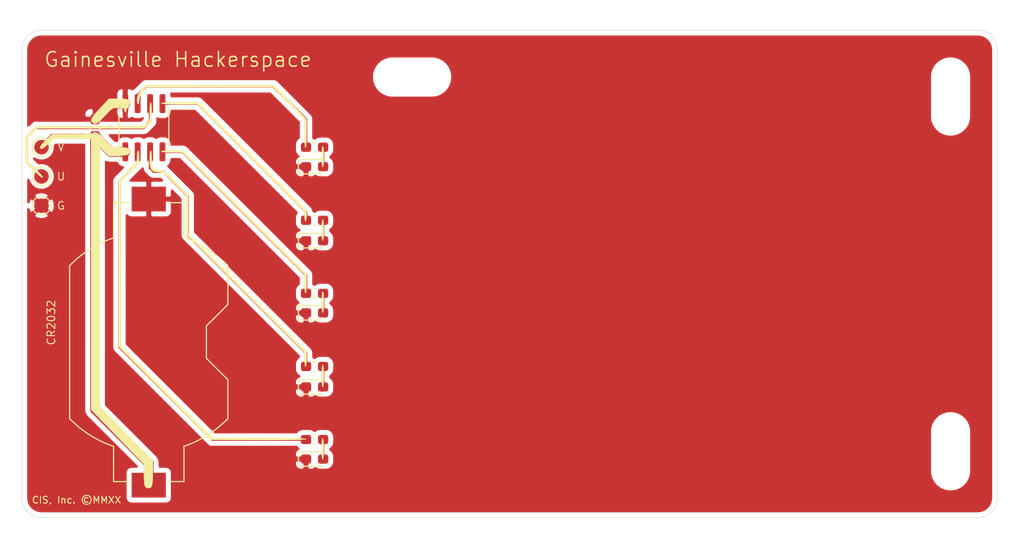
<source format=kicad_pcb>
(kicad_pcb (version 20171130) (host pcbnew "(5.1.4)-1")

  (general
    (thickness 1.6)
    (drawings 17)
    (tracks 47)
    (zones 0)
    (modules 20)
    (nets 14)
  )

  (page A4)
  (layers
    (0 F.Cu signal)
    (31 B.Cu signal hide)
    (32 B.Adhes user hide)
    (33 F.Adhes user)
    (34 B.Paste user hide)
    (35 F.Paste user)
    (36 B.SilkS user hide)
    (37 F.SilkS user)
    (38 B.Mask user hide)
    (39 F.Mask user)
    (40 Dwgs.User user hide)
    (41 Cmts.User user hide)
    (42 Eco1.User user hide)
    (43 Eco2.User user hide)
    (44 Edge.Cuts user)
    (45 Margin user)
    (46 B.CrtYd user hide)
    (47 F.CrtYd user)
    (48 B.Fab user hide)
    (49 F.Fab user hide)
  )

  (setup
    (last_trace_width 0.25)
    (user_trace_width 0.5)
    (user_trace_width 0.75)
    (user_trace_width 1)
    (trace_clearance 0.2)
    (zone_clearance 0.508)
    (zone_45_only no)
    (trace_min 0.2)
    (via_size 0.8)
    (via_drill 0.4)
    (via_min_size 0.4)
    (via_min_drill 0.3)
    (uvia_size 0.3)
    (uvia_drill 0.1)
    (uvias_allowed no)
    (uvia_min_size 0.2)
    (uvia_min_drill 0.1)
    (edge_width 0.05)
    (segment_width 0.2)
    (pcb_text_width 0.3)
    (pcb_text_size 1.5 1.5)
    (mod_edge_width 0.12)
    (mod_text_size 1 1)
    (mod_text_width 0.15)
    (pad_size 7 3)
    (pad_drill 7)
    (pad_to_mask_clearance 0.051)
    (solder_mask_min_width 0.25)
    (aux_axis_origin 0 0)
    (visible_elements 7FFFF77F)
    (pcbplotparams
      (layerselection 0x010a8_7fffffff)
      (usegerberextensions false)
      (usegerberattributes false)
      (usegerberadvancedattributes false)
      (creategerberjobfile false)
      (excludeedgelayer true)
      (linewidth 0.100000)
      (plotframeref false)
      (viasonmask false)
      (mode 1)
      (useauxorigin false)
      (hpglpennumber 1)
      (hpglpenspeed 20)
      (hpglpendiameter 15.000000)
      (psnegative false)
      (psa4output false)
      (plotreference false)
      (plotvalue false)
      (plotinvisibletext false)
      (padsonsilk false)
      (subtractmaskfromsilk false)
      (outputformat 1)
      (mirror false)
      (drillshape 0)
      (scaleselection 1)
      (outputdirectory "gerber"))
  )

  (net 0 "")
  (net 1 GND)
  (net 2 "Net-(BT1-Pad1)")
  (net 3 "Net-(J1-Pad1)")
  (net 4 "Net-(R1-Pad2)")
  (net 5 "Net-(R2-Pad2)")
  (net 6 "Net-(R3-Pad2)")
  (net 7 "Net-(R4-Pad2)")
  (net 8 "Net-(R5-Pad2)")
  (net 9 "Net-(D1-Pad2)")
  (net 10 "Net-(D2-Pad2)")
  (net 11 "Net-(D3-Pad2)")
  (net 12 "Net-(D4-Pad2)")
  (net 13 "Net-(D5-Pad2)")

  (net_class Default "This is the default net class."
    (clearance 0.2)
    (trace_width 0.25)
    (via_dia 0.8)
    (via_drill 0.4)
    (uvia_dia 0.3)
    (uvia_drill 0.1)
    (add_net GND)
    (add_net "Net-(BT1-Pad1)")
    (add_net "Net-(D1-Pad2)")
    (add_net "Net-(D2-Pad2)")
    (add_net "Net-(D3-Pad2)")
    (add_net "Net-(D4-Pad2)")
    (add_net "Net-(D5-Pad2)")
    (add_net "Net-(J1-Pad1)")
    (add_net "Net-(R1-Pad2)")
    (add_net "Net-(R2-Pad2)")
    (add_net "Net-(R3-Pad2)")
    (add_net "Net-(R4-Pad2)")
    (add_net "Net-(R5-Pad2)")
  )

  (module LoquatiousOfBored:joesfolly216 (layer F.Cu) (tedit 0) (tstamp 5F0EB5A2)
    (at 65.55 76.19)
    (fp_text reference G*** (at 0 0) (layer F.SilkS) hide
      (effects (font (size 1.524 1.524) (thickness 0.3)))
    )
    (fp_text value LOGO (at 0.75 0) (layer F.SilkS) hide
      (effects (font (size 1.524 1.524) (thickness 0.3)))
    )
    (fp_poly (pts (xy -5.15043 -19.181988) (xy -4.756115 -19.104856) (xy -4.53749 -18.948809) (xy -4.46855 -18.703815)
      (xy -4.468519 -18.697222) (xy -4.553335 -18.450638) (xy -4.644907 -18.344444) (xy -4.795851 -18.112268)
      (xy -4.821296 -17.977268) (xy -4.8734 -17.794144) (xy -4.938889 -17.756482) (xy -5.034431 -17.854971)
      (xy -5.056482 -17.991667) (xy -5.085786 -18.129994) (xy -5.21155 -18.200374) (xy -5.490546 -18.224328)
      (xy -5.673843 -18.225711) (xy -5.966309 -18.219299) (xy -6.182661 -18.179384) (xy -6.377346 -18.073014)
      (xy -6.604812 -17.867239) (xy -6.919506 -17.529106) (xy -7.033973 -17.402563) (xy -7.45872 -16.959327)
      (xy -7.780183 -16.695246) (xy -8.027372 -16.595027) (xy -8.229299 -16.643376) (xy -8.325556 -16.721667)
      (xy -8.432093 -16.876661) (xy -8.435899 -17.057959) (xy -8.320416 -17.297184) (xy -8.069086 -17.625957)
      (xy -7.66535 -18.075901) (xy -7.554473 -18.194245) (xy -6.643982 -19.161175) (xy -5.746442 -19.190238)
      (xy -5.15043 -19.181988)) (layer F.SilkS) (width 0.01))
    (fp_poly (pts (xy 11.973301 -18.824787) (xy 13.640741 -17.070869) (xy 13.640741 -15.59099) (xy 13.631742 -14.951311)
      (xy 13.606085 -14.475207) (xy 13.56578 -14.187971) (xy 13.523148 -14.111111) (xy 13.47179 -14.224141)
      (xy 13.433152 -14.545444) (xy 13.409462 -15.048345) (xy 13.402791 -15.55162) (xy 13.400026 -16.99213)
      (xy 11.785892 -18.672785) (xy 10.171759 -20.353441) (xy 3.68465 -20.34848) (xy -2.80246 -20.343519)
      (xy -3.165119 -19.885624) (xy -3.44298 -19.432149) (xy -3.527778 -19.00368) (xy -3.556505 -18.726726)
      (xy -3.627402 -18.584607) (xy -3.64537 -18.57963) (xy -3.718398 -18.68409) (xy -3.759592 -18.945635)
      (xy -3.762963 -19.059608) (xy -3.721967 -19.414907) (xy -3.571776 -19.742468) (xy -3.337224 -20.059145)
      (xy -2.911484 -20.578704) (xy 10.30586 -20.578704) (xy 11.973301 -18.824787)) (layer F.SilkS) (width 0.01))
    (fp_poly (pts (xy 15.342504 -14.234872) (xy 15.382344 -13.924675) (xy 15.402756 -13.45182) (xy 15.40463 -13.229167)
      (xy 15.392901 -12.702233) (xy 15.360248 -12.323752) (xy 15.310474 -12.129839) (xy 15.287037 -12.112037)
      (xy 15.23157 -12.223462) (xy 15.19173 -12.533659) (xy 15.171318 -13.006513) (xy 15.169444 -13.229167)
      (xy 15.181173 -13.756101) (xy 15.213826 -14.134582) (xy 15.2636 -14.328495) (xy 15.287037 -14.346296)
      (xy 15.342504 -14.234872)) (layer F.SilkS) (width 0.01))
    (fp_poly (pts (xy -2.295292 -18.703912) (xy -2.255014 -18.397361) (xy -2.235436 -17.934401) (xy -2.234259 -17.770438)
      (xy -2.234259 -16.726062) (xy -2.637987 -16.418124) (xy -3.041715 -16.110185) (xy -13.944551 -16.110185)
      (xy -14.439405 -15.605966) (xy -14.934259 -15.101746) (xy -14.934259 -12.752002) (xy -14.169907 -11.994444)
      (xy -13.759425 -11.576391) (xy -13.51215 -11.293916) (xy -13.414288 -11.127737) (xy -13.452044 -11.05857)
      (xy -13.496904 -11.053704) (xy -13.614096 -11.132099) (xy -13.853951 -11.342704) (xy -14.175653 -11.64865)
      (xy -14.378848 -11.850405) (xy -15.169445 -12.647106) (xy -15.169445 -15.237082) (xy -14.606841 -15.791226)
      (xy -14.044236 -16.34537) (xy -8.598373 -16.34537) (xy -7.239093 -16.344318) (xy -6.096286 -16.344163)
      (xy -5.151264 -16.349412) (xy -4.385344 -16.36457) (xy -3.77984 -16.394144) (xy -3.316066 -16.442639)
      (xy -2.975336 -16.514561) (xy -2.738966 -16.614416) (xy -2.588269 -16.746709) (xy -2.504561 -16.915946)
      (xy -2.469155 -17.126633) (xy -2.463367 -17.383276) (xy -2.46851 -17.690381) (xy -2.469445 -17.823285)
      (xy -2.456342 -18.307244) (xy -2.420341 -18.649611) (xy -2.366397 -18.808586) (xy -2.351852 -18.814815)
      (xy -2.295292 -18.703912)) (layer F.SilkS) (width 0.01))
    (fp_poly (pts (xy 8.084955 -13.258105) (xy 13.640741 -7.701396) (xy 13.640741 -7.143291) (xy 13.618525 -6.817815)
      (xy 13.562011 -6.616693) (xy 13.523148 -6.585185) (xy 13.451357 -6.689922) (xy 13.409741 -6.953348)
      (xy 13.405555 -7.085423) (xy 13.405555 -7.585661) (xy 7.907638 -13.082645) (xy 2.40972 -18.57963)
      (xy 0.558101 -18.57963) (xy -0.183885 -18.586892) (xy -0.751488 -18.607879) (xy -1.125859 -18.641396)
      (xy -1.288146 -18.686243) (xy -1.293519 -18.697222) (xy -1.179038 -18.743822) (xy -0.847643 -18.779606)
      (xy -0.317404 -18.803461) (xy 0.393608 -18.814275) (xy 0.617825 -18.814815) (xy 2.529169 -18.814815)
      (xy 8.084955 -13.258105)) (layer F.SilkS) (width 0.01))
    (fp_poly (pts (xy 15.342504 -6.708946) (xy 15.382344 -6.398749) (xy 15.402756 -5.925894) (xy 15.40463 -5.703241)
      (xy 15.392901 -5.176307) (xy 15.360248 -4.797826) (xy 15.310474 -4.603913) (xy 15.287037 -4.586111)
      (xy 15.23157 -4.697536) (xy 15.19173 -5.007733) (xy 15.171318 -5.480588) (xy 15.169444 -5.703241)
      (xy 15.181173 -6.230175) (xy 15.213826 -6.608656) (xy 15.2636 -6.802569) (xy 15.287037 -6.82037)
      (xy 15.342504 -6.708946)) (layer F.SilkS) (width 0.01))
    (fp_poly (pts (xy 7.320547 -7.55492) (xy 13.640741 -1.233913) (xy 13.640741 -0.205383) (xy 13.628075 0.291484)
      (xy 13.593126 0.644627) (xy 13.540463 0.814069) (xy 13.523148 0.823148) (xy 13.46541 0.712853)
      (xy 13.424675 0.410567) (xy 13.406141 -0.040813) (xy 13.405555 -0.147403) (xy 13.405555 -1.117954)
      (xy 7.143342 -7.379347) (xy 0.881128 -13.640741) (xy -0.206195 -13.640741) (xy -0.723142 -13.652769)
      (xy -1.09317 -13.686161) (xy -1.278938 -13.736879) (xy -1.293519 -13.758333) (xy -1.181899 -13.81337)
      (xy -0.870344 -13.853034) (xy -0.393807 -13.873742) (xy -0.146583 -13.875926) (xy 1.000354 -13.875926)
      (xy 7.320547 -7.55492)) (layer F.SilkS) (width 0.01))
    (fp_poly (pts (xy 15.342504 0.699388) (xy 15.382344 1.009585) (xy 15.402756 1.482439) (xy 15.40463 1.705093)
      (xy 15.392901 2.232026) (xy 15.360248 2.610507) (xy 15.310474 2.804421) (xy 15.287037 2.822222)
      (xy 15.23157 2.710798) (xy 15.19173 2.4006) (xy 15.171318 1.927746) (xy 15.169444 1.705093)
      (xy 15.181173 1.178159) (xy 15.213826 0.799678) (xy 15.2636 0.605765) (xy 15.287037 0.587963)
      (xy 15.342504 0.699388)) (layer F.SilkS) (width 0.01))
    (fp_poly (pts (xy -2.292179 -13.76675) (xy -2.250727 -13.472333) (xy -2.234302 -13.042342) (xy -2.234259 -13.0175)
      (xy -2.214671 -12.530542) (xy -2.161056 -12.175896) (xy -2.093148 -12.017963) (xy -1.891762 -11.927761)
      (xy -1.567281 -11.879428) (xy -1.473782 -11.876852) (xy -1.280511 -11.867385) (xy -1.106017 -11.822343)
      (xy -0.915982 -11.716762) (xy -0.67609 -11.525678) (xy -0.352023 -11.224126) (xy 0.090533 -10.787145)
      (xy 0.266589 -10.610811) (xy 1.528704 -9.344771) (xy 1.528704 -5.349607) (xy 7.584722 0.705556)
      (xy 13.640741 6.760718) (xy 13.640741 7.554896) (xy 13.62469 7.965991) (xy 13.581908 8.248787)
      (xy 13.523148 8.349074) (xy 13.461122 8.241498) (xy 13.418857 7.958385) (xy 13.405555 7.613692)
      (xy 13.405555 6.87831) (xy 7.349537 0.823148) (xy 1.293518 -5.232014) (xy 1.293518 -9.227003)
      (xy 0.090295 -10.434335) (xy -0.385461 -10.907896) (xy -0.733077 -11.238383) (xy -0.988314 -11.45139)
      (xy -1.186932 -11.57251) (xy -1.364689 -11.627339) (xy -1.557346 -11.64147) (xy -1.596572 -11.641667)
      (xy -1.98086 -11.679132) (xy -2.236796 -11.815285) (xy -2.387729 -12.085763) (xy -2.457011 -12.526204)
      (xy -2.469445 -12.973843) (xy -2.455152 -13.425662) (xy -2.416343 -13.741482) (xy -2.359124 -13.87447)
      (xy -2.351852 -13.875926) (xy -2.292179 -13.76675)) (layer F.SilkS) (width 0.01))
    (fp_poly (pts (xy 15.341665 8.225688) (xy 15.38116 8.538496) (xy 15.402133 9.01843) (xy 15.40463 9.289815)
      (xy 15.39345 9.836092) (xy 15.362169 10.231042) (xy 15.314175 10.44078) (xy 15.287037 10.465741)
      (xy 15.232409 10.353942) (xy 15.192914 10.041134) (xy 15.17194 9.561199) (xy 15.169444 9.289815)
      (xy 15.180624 8.743537) (xy 15.211905 8.348588) (xy 15.259898 8.138849) (xy 15.287037 8.113889)
      (xy 15.341665 8.225688)) (layer F.SilkS) (width 0.01))
    (fp_poly (pts (xy -3.582175 -13.769264) (xy -3.53953 -13.492633) (xy -3.527778 -13.19701) (xy -3.527778 -12.518094)
      (xy -4.468519 -11.58287) (xy -5.409259 -10.647647) (xy -5.405007 6.173611) (xy -0.688045 10.906713)
      (xy 4.028918 15.639815) (xy 8.834829 15.639815) (xy 10.164825 15.642671) (xy 11.287572 15.651157)
      (xy 12.198044 15.665151) (xy 12.891214 15.68453) (xy 13.362058 15.709169) (xy 13.60555 15.738947)
      (xy 13.640741 15.757407) (xy 13.523892 15.789455) (xy 13.176181 15.815692) (xy 12.601861 15.836031)
      (xy 11.805187 15.850383) (xy 10.790411 15.858661) (xy 9.561787 15.860776) (xy 8.73125 15.859074)
      (xy 3.821759 15.843149) (xy -5.644445 6.280225) (xy -5.644445 -10.76524) (xy -4.703704 -11.700463)
      (xy -4.297066 -12.107985) (xy -4.028633 -12.397263) (xy -3.869704 -12.61575) (xy -3.791578 -12.810895)
      (xy -3.765554 -13.030151) (xy -3.762963 -13.255806) (xy -3.742848 -13.601599) (xy -3.691157 -13.826708)
      (xy -3.64537 -13.875926) (xy -3.582175 -13.769264)) (layer F.SilkS) (width 0.01))
    (fp_poly (pts (xy 15.342504 15.751239) (xy 15.382344 16.061437) (xy 15.402756 16.534291) (xy 15.40463 16.756944)
      (xy 15.392901 17.283878) (xy 15.360248 17.662359) (xy 15.310474 17.856272) (xy 15.287037 17.874074)
      (xy 15.23157 17.762649) (xy 15.19173 17.452452) (xy 15.171318 16.979598) (xy 15.169444 16.756944)
      (xy 15.181173 16.230011) (xy 15.213826 15.851529) (xy 15.2636 15.657616) (xy 15.287037 15.639815)
      (xy 15.342504 15.751239)) (layer F.SilkS) (width 0.01))
    (fp_poly (pts (xy -7.891679 -15.692741) (xy -7.55045 -15.455525) (xy -7.094118 -15.031833) (xy -7.060235 -14.997777)
      (xy -6.307357 -14.238146) (xy -5.488452 -14.204027) (xy -5.012794 -14.168829) (xy -4.720956 -14.103386)
      (xy -4.562216 -13.994863) (xy -4.540236 -13.96412) (xy -4.473965 -13.710124) (xy -4.540311 -13.552546)
      (xy -4.656716 -13.444345) (xy -4.873837 -13.37444) (xy -5.240394 -13.332252) (xy -5.646692 -13.312294)
      (xy -6.623688 -13.277829) (xy -7.525926 -14.158841) (xy -7.525926 12.367718) (xy -4.82246 15.150294)
      (xy -2.118995 17.93287) (xy -2.117831 19.232268) (xy -2.127437 19.881361) (xy -2.164345 20.329916)
      (xy -2.238646 20.611946) (xy -2.360431 20.76147) (xy -2.539792 20.812501) (xy -2.587037 20.813889)
      (xy -2.833949 20.735436) (xy -2.916296 20.672778) (xy -2.991621 20.471784) (xy -3.03956 20.06121)
      (xy -3.057358 19.465366) (xy -3.057407 19.427808) (xy -3.057407 18.323949) (xy -5.760873 15.541373)
      (xy -8.464339 12.758796) (xy -8.466667 -15.051852) (xy -12.25387 -15.051852) (xy -12.842431 -14.522685)
      (xy -13.201006 -14.211283) (xy -13.433546 -14.047407) (xy -13.580801 -14.012768) (xy -13.683523 -14.089078)
      (xy -13.712561 -14.132183) (xy -13.674929 -14.283519) (xy -13.471183 -14.548645) (xy -13.126055 -14.896535)
      (xy -12.453849 -15.522222) (xy -10.408402 -15.522222) (xy -9.647407 -15.528869) (xy -9.030681 -15.547849)
      (xy -8.584165 -15.577721) (xy -8.333802 -15.617047) (xy -8.290278 -15.639815) (xy -8.133168 -15.751498)
      (xy -7.891679 -15.692741)) (layer F.SilkS) (width 0.01))
  )

  (module Battery:BatteryHolder_Keystone_1058_1x2032 (layer F.Cu) (tedit 589EE147) (tstamp 5F0BCF9D)
    (at 63 82 90)
    (descr http://www.keyelco.com/product-pdf.cfm?p=14028)
    (tags "Keystone type 1058 coin cell retainer")
    (path /5F0E4CD7)
    (attr smd)
    (fp_text reference BT1 (at 0 7.62 90) (layer F.SilkS) hide
      (effects (font (size 1 1) (thickness 0.15)))
    )
    (fp_text value Battery (at 0 -9.398 90) (layer F.Fab)
      (effects (font (size 1 1) (thickness 0.15)))
    )
    (fp_circle (center 0 0) (end 10 0) (layer Dwgs.User) (width 0.15))
    (fp_arc (start 0 0) (end -10.61275 -3.5) (angle 27.4635) (layer F.Fab) (width 0.1))
    (fp_line (start -7.8026 -8) (end 7.8026 -8) (layer F.Fab) (width 0.1))
    (fp_line (start -3.9 8) (end -7.8026 8) (layer F.Fab) (width 0.1))
    (fp_line (start -14.2 -3.5) (end -14.2 -1.9) (layer F.Fab) (width 0.1))
    (fp_line (start -14.2 -3.5) (end -10.61275 -3.5) (layer F.Fab) (width 0.1))
    (fp_line (start -1.7 5.8) (end 1.7 5.8) (layer F.Fab) (width 0.1))
    (fp_line (start -1.7 5.8) (end -3.9 8) (layer F.Fab) (width 0.1))
    (fp_line (start 1.7 5.8) (end 3.9 8) (layer F.Fab) (width 0.1))
    (fp_line (start 3.9 8) (end 7.8026 8) (layer F.Fab) (width 0.1))
    (fp_line (start -14.2 3.5) (end -10.61275 3.5) (layer F.Fab) (width 0.1))
    (fp_line (start -14.2 1.9) (end -14.2 3.5) (layer F.Fab) (width 0.1))
    (fp_line (start 14.2 -3.5) (end 14.2 -1.9) (layer F.Fab) (width 0.1))
    (fp_line (start 10.61275 -3.5) (end 14.2 -3.5) (layer F.Fab) (width 0.1))
    (fp_line (start 14.2 3.5) (end 10.61275 3.5) (layer F.Fab) (width 0.1))
    (fp_line (start 14.2 1.9) (end 14.2 3.5) (layer F.Fab) (width 0.1))
    (fp_arc (start 0 0) (end 10.61275 3.5) (angle 27.4635) (layer F.Fab) (width 0.1))
    (fp_arc (start 0 0) (end 10.61275 -3.5) (angle -27.4635) (layer F.Fab) (width 0.1))
    (fp_arc (start 0 0) (end -10.61275 3.5) (angle -27.4635) (layer F.Fab) (width 0.1))
    (fp_line (start -14.31 -3.61) (end -10.692 -3.61) (layer F.SilkS) (width 0.12))
    (fp_line (start -14.31 -1.9) (end -14.31 -3.61) (layer F.SilkS) (width 0.12))
    (fp_line (start -7.8473 -8.11) (end 7.8473 -8.11) (layer F.SilkS) (width 0.12))
    (fp_line (start 14.31 -1.9) (end 14.31 -3.61) (layer F.SilkS) (width 0.12))
    (fp_line (start 10.692 -3.61) (end 14.31 -3.61) (layer F.SilkS) (width 0.12))
    (fp_line (start 14.31 3.61) (end 10.692 3.61) (layer F.SilkS) (width 0.12))
    (fp_line (start 14.31 1.9) (end 14.31 3.61) (layer F.SilkS) (width 0.12))
    (fp_line (start 7.8473 8.11) (end 3.86 8.11) (layer F.SilkS) (width 0.12))
    (fp_line (start 1.66 5.91) (end 3.86 8.11) (layer F.SilkS) (width 0.12))
    (fp_line (start 1.66 5.91) (end -1.66 5.91) (layer F.SilkS) (width 0.12))
    (fp_line (start -1.66 5.91) (end -3.86 8.11) (layer F.SilkS) (width 0.12))
    (fp_line (start -3.86 8.11) (end -7.8473 8.11) (layer F.SilkS) (width 0.12))
    (fp_line (start -10.692 3.61) (end -14.31 3.61) (layer F.SilkS) (width 0.12))
    (fp_line (start -14.31 1.9) (end -14.31 3.61) (layer F.SilkS) (width 0.12))
    (fp_arc (start 0 0) (end -10.692 -3.61) (angle 27.3) (layer F.SilkS) (width 0.12))
    (fp_arc (start 0 0) (end 10.692 3.61) (angle 27.3) (layer F.SilkS) (width 0.12))
    (fp_arc (start 0 0) (end 10.692 -3.61) (angle -27.3) (layer F.SilkS) (width 0.12))
    (fp_arc (start 0 0) (end -10.692 3.61) (angle -27.3) (layer F.SilkS) (width 0.12))
    (fp_line (start -16.45 4.11) (end -11.06 4.11) (layer F.CrtYd) (width 0.05))
    (fp_line (start -16.45 -4.11) (end -16.45 4.11) (layer F.CrtYd) (width 0.05))
    (fp_line (start -16.45 -4.11) (end -11.06 -4.11) (layer F.CrtYd) (width 0.05))
    (fp_line (start 16.45 -4.11) (end 11.06 -4.11) (layer F.CrtYd) (width 0.05))
    (fp_line (start 16.45 4.11) (end 16.45 -4.11) (layer F.CrtYd) (width 0.05))
    (fp_line (start 11.06 4.11) (end 16.45 4.11) (layer F.CrtYd) (width 0.05))
    (fp_arc (start 0 0) (end -11.06 -4.11) (angle 139.2) (layer F.CrtYd) (width 0.05))
    (fp_arc (start 0 0) (end 11.06 4.11) (angle 139.2) (layer F.CrtYd) (width 0.05))
    (fp_text user %R (at 0 0 90) (layer F.Fab)
      (effects (font (size 1 1) (thickness 0.15)))
    )
    (pad 2 smd rect (at 14.68 0 90) (size 2.54 3.51) (layers F.Cu F.Paste F.Mask)
      (net 1 GND))
    (pad 1 smd rect (at -14.68 0 90) (size 2.54 3.51) (layers F.Cu F.Paste F.Mask)
      (net 2 "Net-(BT1-Pad1)"))
    (model ${KISYS3DMOD}/Battery.3dshapes/BatteryHolder_Keystone_1058_1x2032.wrl
      (at (xyz 0 0 0))
      (scale (xyz 1 1 1))
      (rotate (xyz 0 0 0))
    )
  )

  (module MountingHole:MountingHole_2.5mm (layer F.Cu) (tedit 5F0E5863) (tstamp 5F0E5D2A)
    (at 90 54.8 180)
    (descr "Mounting Hole 2.5mm, no annular")
    (tags "mounting hole 2.5mm no annular")
    (path /5F0E4FD3)
    (attr virtual)
    (fp_text reference H2 (at 0 -3.5) (layer F.SilkS) hide
      (effects (font (size 1 1) (thickness 0.15)))
    )
    (fp_text value MountingHole (at 0 3.5) (layer F.Fab)
      (effects (font (size 1 1) (thickness 0.15)))
    )
    (fp_text user %R (at 0.3 0) (layer F.Fab)
      (effects (font (size 1 1) (thickness 0.15)))
    )
    (fp_circle (center 0 0) (end 2.5 0) (layer Cmts.User) (width 0.15))
    (fp_circle (center 0 0) (end 2.75 0) (layer F.CrtYd) (width 0.05))
    (pad "" np_thru_hole oval (at 0 0 180) (size 7 3) (drill oval 7 3) (layers *.Cu *.Mask))
  )

  (module MountingHole:MountingHole_2.5mm (layer F.Cu) (tedit 5F0E5CDC) (tstamp 5F0E4AFE)
    (at 145.2 56.8 90)
    (descr "Mounting Hole 2.5mm, no annular")
    (tags "mounting hole 2.5mm no annular")
    (path /5F0E4FD3)
    (attr virtual)
    (fp_text reference H2 (at 0 -3.5 90) (layer F.SilkS) hide
      (effects (font (size 1 1) (thickness 0.15)))
    )
    (fp_text value MountingHole (at 0 3.5 90) (layer F.Fab)
      (effects (font (size 1 1) (thickness 0.15)))
    )
    (fp_circle (center 0 0) (end 2.75 0) (layer F.CrtYd) (width 0.05))
    (fp_circle (center 0 0) (end 2.5 0) (layer Cmts.User) (width 0.15))
    (fp_text user %R (at 0.3 0 90) (layer F.Fab)
      (effects (font (size 1 1) (thickness 0.15)))
    )
    (pad "" np_thru_hole oval (at 0 0 90) (size 7 3) (drill oval 7 3) (layers *.Cu *.Mask))
  )

  (module MountingHole:MountingHole_2.5mm (layer F.Cu) (tedit 5F0E5CF4) (tstamp 5F166350)
    (at 145.2 93.2 90)
    (descr "Mounting Hole 2.5mm, no annular")
    (tags "mounting hole 2.5mm no annular")
    (path /5F12A048)
    (attr virtual)
    (fp_text reference H1 (at 0 -3.5 90) (layer F.SilkS) hide
      (effects (font (size 1 1) (thickness 0.15)))
    )
    (fp_text value MountingHole (at 0 3.5 90) (layer F.Fab)
      (effects (font (size 1 1) (thickness 0.15)))
    )
    (fp_circle (center 0 0) (end 2.75 0) (layer F.CrtYd) (width 0.05))
    (fp_circle (center 0 0) (end 2.5 0) (layer Cmts.User) (width 0.15))
    (fp_text user %R (at 0.3 0 90) (layer F.Fab)
      (effects (font (size 1 1) (thickness 0.15)))
    )
    (pad "" np_thru_hole oval (at 0 0 90) (size 7 3) (drill oval 7 3) (layers *.Cu *.Mask))
  )

  (module Package_SO:SOIC-8_3.9x4.9mm_P1.27mm (layer F.Cu) (tedit 5C97300E) (tstamp 5F0BD094)
    (at 62.5 60 90)
    (descr "SOIC, 8 Pin (JEDEC MS-012AA, https://www.analog.com/media/en/package-pcb-resources/package/pkg_pdf/soic_narrow-r/r_8.pdf), generated with kicad-footprint-generator ipc_gullwing_generator.py")
    (tags "SOIC SO")
    (path /5F0E5B18)
    (attr smd)
    (fp_text reference U1 (at 5 0 180) (layer F.SilkS) hide
      (effects (font (size 1 1) (thickness 0.15)))
    )
    (fp_text value ATtiny202-SS (at 0 3.4 90) (layer F.Fab)
      (effects (font (size 1 1) (thickness 0.15)))
    )
    (fp_text user %R (at 0 0 90) (layer F.Fab)
      (effects (font (size 0.98 0.98) (thickness 0.15)))
    )
    (fp_line (start 3.7 -2.7) (end -3.7 -2.7) (layer F.CrtYd) (width 0.05))
    (fp_line (start 3.7 2.7) (end 3.7 -2.7) (layer F.CrtYd) (width 0.05))
    (fp_line (start -3.7 2.7) (end 3.7 2.7) (layer F.CrtYd) (width 0.05))
    (fp_line (start -3.7 -2.7) (end -3.7 2.7) (layer F.CrtYd) (width 0.05))
    (fp_line (start -1.95 -1.475) (end -0.975 -2.45) (layer F.Fab) (width 0.1))
    (fp_line (start -1.95 2.45) (end -1.95 -1.475) (layer F.Fab) (width 0.1))
    (fp_line (start 1.95 2.45) (end -1.95 2.45) (layer F.Fab) (width 0.1))
    (fp_line (start 1.95 -2.45) (end 1.95 2.45) (layer F.Fab) (width 0.1))
    (fp_line (start -0.975 -2.45) (end 1.95 -2.45) (layer F.Fab) (width 0.1))
    (fp_line (start 0 -2.56) (end -3.45 -2.56) (layer F.SilkS) (width 0.12))
    (fp_line (start 0 -2.56) (end 1.95 -2.56) (layer F.SilkS) (width 0.12))
    (fp_line (start 0 2.56) (end -1.95 2.56) (layer F.SilkS) (width 0.12))
    (fp_line (start 0 2.56) (end 1.95 2.56) (layer F.SilkS) (width 0.12))
    (pad 8 smd roundrect (at 2.475 -1.905 90) (size 1.95 0.6) (layers F.Cu F.Paste F.Mask) (roundrect_rratio 0.25)
      (net 1 GND))
    (pad 7 smd roundrect (at 2.475 -0.635 90) (size 1.95 0.6) (layers F.Cu F.Paste F.Mask) (roundrect_rratio 0.25)
      (net 6 "Net-(R3-Pad2)"))
    (pad 6 smd roundrect (at 2.475 0.635 90) (size 1.95 0.6) (layers F.Cu F.Paste F.Mask) (roundrect_rratio 0.25)
      (net 3 "Net-(J1-Pad1)"))
    (pad 5 smd roundrect (at 2.475 1.905 90) (size 1.95 0.6) (layers F.Cu F.Paste F.Mask) (roundrect_rratio 0.25)
      (net 5 "Net-(R2-Pad2)"))
    (pad 4 smd roundrect (at -2.475 1.905 90) (size 1.95 0.6) (layers F.Cu F.Paste F.Mask) (roundrect_rratio 0.25)
      (net 4 "Net-(R1-Pad2)"))
    (pad 3 smd roundrect (at -2.475 0.635 90) (size 1.95 0.6) (layers F.Cu F.Paste F.Mask) (roundrect_rratio 0.25)
      (net 8 "Net-(R5-Pad2)"))
    (pad 2 smd roundrect (at -2.475 -0.635 90) (size 1.95 0.6) (layers F.Cu F.Paste F.Mask) (roundrect_rratio 0.25)
      (net 7 "Net-(R4-Pad2)"))
    (pad 1 smd roundrect (at -2.475 -1.905 90) (size 1.95 0.6) (layers F.Cu F.Paste F.Mask) (roundrect_rratio 0.25)
      (net 2 "Net-(BT1-Pad1)"))
    (model ${KISYS3DMOD}/Package_SO.3dshapes/SOIC-8_3.9x4.9mm_P1.27mm.wrl
      (at (xyz 0 0 0))
      (scale (xyz 1 1 1))
      (rotate (xyz 0 0 0))
    )
  )

  (module Capacitor_SMD:C_0603_1608Metric_Pad1.05x0.95mm_HandSolder (layer F.Cu) (tedit 5B301BBE) (tstamp 5F0BCFAE)
    (at 57.5 60 90)
    (descr "Capacitor SMD 0603 (1608 Metric), square (rectangular) end terminal, IPC_7351 nominal with elongated pad for handsoldering. (Body size source: http://www.tortai-tech.com/upload/download/2011102023233369053.pdf), generated with kicad-footprint-generator")
    (tags "capacitor handsolder")
    (path /5F0E85A4)
    (attr smd)
    (fp_text reference C1 (at 3 0 180) (layer F.SilkS) hide
      (effects (font (size 1 1) (thickness 0.15)))
    )
    (fp_text value 0.01uF (at 0 1.43 90) (layer F.Fab)
      (effects (font (size 1 1) (thickness 0.15)))
    )
    (fp_text user %R (at 0 0 90) (layer F.Fab)
      (effects (font (size 0.4 0.4) (thickness 0.06)))
    )
    (fp_line (start 1.65 0.73) (end -1.65 0.73) (layer F.CrtYd) (width 0.05))
    (fp_line (start 1.65 -0.73) (end 1.65 0.73) (layer F.CrtYd) (width 0.05))
    (fp_line (start -1.65 -0.73) (end 1.65 -0.73) (layer F.CrtYd) (width 0.05))
    (fp_line (start -1.65 0.73) (end -1.65 -0.73) (layer F.CrtYd) (width 0.05))
    (fp_line (start -0.171267 0.51) (end 0.171267 0.51) (layer F.SilkS) (width 0.12))
    (fp_line (start -0.171267 -0.51) (end 0.171267 -0.51) (layer F.SilkS) (width 0.12))
    (fp_line (start 0.8 0.4) (end -0.8 0.4) (layer F.Fab) (width 0.1))
    (fp_line (start 0.8 -0.4) (end 0.8 0.4) (layer F.Fab) (width 0.1))
    (fp_line (start -0.8 -0.4) (end 0.8 -0.4) (layer F.Fab) (width 0.1))
    (fp_line (start -0.8 0.4) (end -0.8 -0.4) (layer F.Fab) (width 0.1))
    (pad 2 smd roundrect (at 0.875 0 90) (size 1.05 0.95) (layers F.Cu F.Paste F.Mask) (roundrect_rratio 0.25)
      (net 1 GND))
    (pad 1 smd roundrect (at -0.875 0 90) (size 1.05 0.95) (layers F.Cu F.Paste F.Mask) (roundrect_rratio 0.25)
      (net 2 "Net-(BT1-Pad1)"))
    (model ${KISYS3DMOD}/Capacitor_SMD.3dshapes/C_0603_1608Metric.wrl
      (at (xyz 0 0 0))
      (scale (xyz 1 1 1))
      (rotate (xyz 0 0 0))
    )
  )

  (module Resistor_SMD:R_0603_1608Metric_Pad1.05x0.95mm_HandSolder (layer F.Cu) (tedit 5B301BBD) (tstamp 5F0BD07A)
    (at 80 84.5 180)
    (descr "Resistor SMD 0603 (1608 Metric), square (rectangular) end terminal, IPC_7351 nominal with elongated pad for handsoldering. (Body size source: http://www.tortai-tech.com/upload/download/2011102023233369053.pdf), generated with kicad-footprint-generator")
    (tags "resistor handsolder")
    (path /5F0F29B7)
    (attr smd)
    (fp_text reference R5 (at 3 0) (layer F.SilkS) hide
      (effects (font (size 1 1) (thickness 0.15)))
    )
    (fp_text value 101 (at 0 1.43) (layer F.Fab)
      (effects (font (size 1 1) (thickness 0.15)))
    )
    (fp_text user %R (at 0 0) (layer F.Fab)
      (effects (font (size 0.4 0.4) (thickness 0.06)))
    )
    (fp_line (start 1.65 0.73) (end -1.65 0.73) (layer F.CrtYd) (width 0.05))
    (fp_line (start 1.65 -0.73) (end 1.65 0.73) (layer F.CrtYd) (width 0.05))
    (fp_line (start -1.65 -0.73) (end 1.65 -0.73) (layer F.CrtYd) (width 0.05))
    (fp_line (start -1.65 0.73) (end -1.65 -0.73) (layer F.CrtYd) (width 0.05))
    (fp_line (start -0.171267 0.51) (end 0.171267 0.51) (layer F.SilkS) (width 0.12))
    (fp_line (start -0.171267 -0.51) (end 0.171267 -0.51) (layer F.SilkS) (width 0.12))
    (fp_line (start 0.8 0.4) (end -0.8 0.4) (layer F.Fab) (width 0.1))
    (fp_line (start 0.8 -0.4) (end 0.8 0.4) (layer F.Fab) (width 0.1))
    (fp_line (start -0.8 -0.4) (end 0.8 -0.4) (layer F.Fab) (width 0.1))
    (fp_line (start -0.8 0.4) (end -0.8 -0.4) (layer F.Fab) (width 0.1))
    (pad 2 smd roundrect (at 0.875 0 180) (size 1.05 0.95) (layers F.Cu F.Paste F.Mask) (roundrect_rratio 0.25)
      (net 8 "Net-(R5-Pad2)"))
    (pad 1 smd roundrect (at -0.875 0 180) (size 1.05 0.95) (layers F.Cu F.Paste F.Mask) (roundrect_rratio 0.25)
      (net 13 "Net-(D5-Pad2)"))
    (model ${KISYS3DMOD}/Resistor_SMD.3dshapes/R_0603_1608Metric.wrl
      (at (xyz 0 0 0))
      (scale (xyz 1 1 1))
      (rotate (xyz 0 0 0))
    )
  )

  (module Resistor_SMD:R_0603_1608Metric_Pad1.05x0.95mm_HandSolder (layer F.Cu) (tedit 5B301BBD) (tstamp 5F16463C)
    (at 80 92 180)
    (descr "Resistor SMD 0603 (1608 Metric), square (rectangular) end terminal, IPC_7351 nominal with elongated pad for handsoldering. (Body size source: http://www.tortai-tech.com/upload/download/2011102023233369053.pdf), generated with kicad-footprint-generator")
    (tags "resistor handsolder")
    (path /5F0F3AB7)
    (attr smd)
    (fp_text reference R4 (at 3 0) (layer F.SilkS) hide
      (effects (font (size 1 1) (thickness 0.15)))
    )
    (fp_text value 101 (at 0 1.43) (layer F.Fab)
      (effects (font (size 1 1) (thickness 0.15)))
    )
    (fp_text user %R (at 0 0) (layer F.Fab)
      (effects (font (size 0.4 0.4) (thickness 0.06)))
    )
    (fp_line (start 1.65 0.73) (end -1.65 0.73) (layer F.CrtYd) (width 0.05))
    (fp_line (start 1.65 -0.73) (end 1.65 0.73) (layer F.CrtYd) (width 0.05))
    (fp_line (start -1.65 -0.73) (end 1.65 -0.73) (layer F.CrtYd) (width 0.05))
    (fp_line (start -1.65 0.73) (end -1.65 -0.73) (layer F.CrtYd) (width 0.05))
    (fp_line (start -0.171267 0.51) (end 0.171267 0.51) (layer F.SilkS) (width 0.12))
    (fp_line (start -0.171267 -0.51) (end 0.171267 -0.51) (layer F.SilkS) (width 0.12))
    (fp_line (start 0.8 0.4) (end -0.8 0.4) (layer F.Fab) (width 0.1))
    (fp_line (start 0.8 -0.4) (end 0.8 0.4) (layer F.Fab) (width 0.1))
    (fp_line (start -0.8 -0.4) (end 0.8 -0.4) (layer F.Fab) (width 0.1))
    (fp_line (start -0.8 0.4) (end -0.8 -0.4) (layer F.Fab) (width 0.1))
    (pad 2 smd roundrect (at 0.875 0 180) (size 1.05 0.95) (layers F.Cu F.Paste F.Mask) (roundrect_rratio 0.25)
      (net 7 "Net-(R4-Pad2)"))
    (pad 1 smd roundrect (at -0.875 0 180) (size 1.05 0.95) (layers F.Cu F.Paste F.Mask) (roundrect_rratio 0.25)
      (net 12 "Net-(D4-Pad2)"))
    (model ${KISYS3DMOD}/Resistor_SMD.3dshapes/R_0603_1608Metric.wrl
      (at (xyz 0 0 0))
      (scale (xyz 1 1 1))
      (rotate (xyz 0 0 0))
    )
  )

  (module Resistor_SMD:R_0603_1608Metric_Pad1.05x0.95mm_HandSolder (layer F.Cu) (tedit 5B301BBD) (tstamp 5F0BD058)
    (at 80 62 180)
    (descr "Resistor SMD 0603 (1608 Metric), square (rectangular) end terminal, IPC_7351 nominal with elongated pad for handsoldering. (Body size source: http://www.tortai-tech.com/upload/download/2011102023233369053.pdf), generated with kicad-footprint-generator")
    (tags "resistor handsolder")
    (path /5F0F1EFB)
    (attr smd)
    (fp_text reference R3 (at 3 0) (layer F.SilkS) hide
      (effects (font (size 1 1) (thickness 0.15)))
    )
    (fp_text value 101 (at 0 1.43) (layer F.Fab)
      (effects (font (size 1 1) (thickness 0.15)))
    )
    (fp_text user %R (at 0 0) (layer F.Fab)
      (effects (font (size 0.4 0.4) (thickness 0.06)))
    )
    (fp_line (start 1.65 0.73) (end -1.65 0.73) (layer F.CrtYd) (width 0.05))
    (fp_line (start 1.65 -0.73) (end 1.65 0.73) (layer F.CrtYd) (width 0.05))
    (fp_line (start -1.65 -0.73) (end 1.65 -0.73) (layer F.CrtYd) (width 0.05))
    (fp_line (start -1.65 0.73) (end -1.65 -0.73) (layer F.CrtYd) (width 0.05))
    (fp_line (start -0.171267 0.51) (end 0.171267 0.51) (layer F.SilkS) (width 0.12))
    (fp_line (start -0.171267 -0.51) (end 0.171267 -0.51) (layer F.SilkS) (width 0.12))
    (fp_line (start 0.8 0.4) (end -0.8 0.4) (layer F.Fab) (width 0.1))
    (fp_line (start 0.8 -0.4) (end 0.8 0.4) (layer F.Fab) (width 0.1))
    (fp_line (start -0.8 -0.4) (end 0.8 -0.4) (layer F.Fab) (width 0.1))
    (fp_line (start -0.8 0.4) (end -0.8 -0.4) (layer F.Fab) (width 0.1))
    (pad 2 smd roundrect (at 0.875 0 180) (size 1.05 0.95) (layers F.Cu F.Paste F.Mask) (roundrect_rratio 0.25)
      (net 6 "Net-(R3-Pad2)"))
    (pad 1 smd roundrect (at -0.875 0 180) (size 1.05 0.95) (layers F.Cu F.Paste F.Mask) (roundrect_rratio 0.25)
      (net 11 "Net-(D3-Pad2)"))
    (model ${KISYS3DMOD}/Resistor_SMD.3dshapes/R_0603_1608Metric.wrl
      (at (xyz 0 0 0))
      (scale (xyz 1 1 1))
      (rotate (xyz 0 0 0))
    )
  )

  (module Resistor_SMD:R_0603_1608Metric_Pad1.05x0.95mm_HandSolder (layer F.Cu) (tedit 5B301BBD) (tstamp 5F0BD047)
    (at 80 69.5 180)
    (descr "Resistor SMD 0603 (1608 Metric), square (rectangular) end terminal, IPC_7351 nominal with elongated pad for handsoldering. (Body size source: http://www.tortai-tech.com/upload/download/2011102023233369053.pdf), generated with kicad-footprint-generator")
    (tags "resistor handsolder")
    (path /5F0F49ED)
    (attr smd)
    (fp_text reference R2 (at 3 0) (layer F.SilkS) hide
      (effects (font (size 1 1) (thickness 0.15)))
    )
    (fp_text value 101 (at 0 1.43) (layer F.Fab)
      (effects (font (size 1 1) (thickness 0.15)))
    )
    (fp_text user %R (at 0 0) (layer F.Fab)
      (effects (font (size 0.4 0.4) (thickness 0.06)))
    )
    (fp_line (start 1.65 0.73) (end -1.65 0.73) (layer F.CrtYd) (width 0.05))
    (fp_line (start 1.65 -0.73) (end 1.65 0.73) (layer F.CrtYd) (width 0.05))
    (fp_line (start -1.65 -0.73) (end 1.65 -0.73) (layer F.CrtYd) (width 0.05))
    (fp_line (start -1.65 0.73) (end -1.65 -0.73) (layer F.CrtYd) (width 0.05))
    (fp_line (start -0.171267 0.51) (end 0.171267 0.51) (layer F.SilkS) (width 0.12))
    (fp_line (start -0.171267 -0.51) (end 0.171267 -0.51) (layer F.SilkS) (width 0.12))
    (fp_line (start 0.8 0.4) (end -0.8 0.4) (layer F.Fab) (width 0.1))
    (fp_line (start 0.8 -0.4) (end 0.8 0.4) (layer F.Fab) (width 0.1))
    (fp_line (start -0.8 -0.4) (end 0.8 -0.4) (layer F.Fab) (width 0.1))
    (fp_line (start -0.8 0.4) (end -0.8 -0.4) (layer F.Fab) (width 0.1))
    (pad 2 smd roundrect (at 0.875 0 180) (size 1.05 0.95) (layers F.Cu F.Paste F.Mask) (roundrect_rratio 0.25)
      (net 5 "Net-(R2-Pad2)"))
    (pad 1 smd roundrect (at -0.875 0 180) (size 1.05 0.95) (layers F.Cu F.Paste F.Mask) (roundrect_rratio 0.25)
      (net 10 "Net-(D2-Pad2)"))
    (model ${KISYS3DMOD}/Resistor_SMD.3dshapes/R_0603_1608Metric.wrl
      (at (xyz 0 0 0))
      (scale (xyz 1 1 1))
      (rotate (xyz 0 0 0))
    )
  )

  (module Resistor_SMD:R_0603_1608Metric_Pad1.05x0.95mm_HandSolder (layer F.Cu) (tedit 5B301BBD) (tstamp 5F0BD036)
    (at 80 77 180)
    (descr "Resistor SMD 0603 (1608 Metric), square (rectangular) end terminal, IPC_7351 nominal with elongated pad for handsoldering. (Body size source: http://www.tortai-tech.com/upload/download/2011102023233369053.pdf), generated with kicad-footprint-generator")
    (tags "resistor handsolder")
    (path /5F0E73E4)
    (attr smd)
    (fp_text reference R1 (at 3 0) (layer F.SilkS) hide
      (effects (font (size 1 1) (thickness 0.15)))
    )
    (fp_text value 101 (at 0 1.43) (layer F.Fab)
      (effects (font (size 1 1) (thickness 0.15)))
    )
    (fp_text user %R (at 0 0) (layer F.Fab)
      (effects (font (size 0.4 0.4) (thickness 0.06)))
    )
    (fp_line (start 1.65 0.73) (end -1.65 0.73) (layer F.CrtYd) (width 0.05))
    (fp_line (start 1.65 -0.73) (end 1.65 0.73) (layer F.CrtYd) (width 0.05))
    (fp_line (start -1.65 -0.73) (end 1.65 -0.73) (layer F.CrtYd) (width 0.05))
    (fp_line (start -1.65 0.73) (end -1.65 -0.73) (layer F.CrtYd) (width 0.05))
    (fp_line (start -0.171267 0.51) (end 0.171267 0.51) (layer F.SilkS) (width 0.12))
    (fp_line (start -0.171267 -0.51) (end 0.171267 -0.51) (layer F.SilkS) (width 0.12))
    (fp_line (start 0.8 0.4) (end -0.8 0.4) (layer F.Fab) (width 0.1))
    (fp_line (start 0.8 -0.4) (end 0.8 0.4) (layer F.Fab) (width 0.1))
    (fp_line (start -0.8 -0.4) (end 0.8 -0.4) (layer F.Fab) (width 0.1))
    (fp_line (start -0.8 0.4) (end -0.8 -0.4) (layer F.Fab) (width 0.1))
    (pad 2 smd roundrect (at 0.875 0 180) (size 1.05 0.95) (layers F.Cu F.Paste F.Mask) (roundrect_rratio 0.25)
      (net 4 "Net-(R1-Pad2)"))
    (pad 1 smd roundrect (at -0.875 0 180) (size 1.05 0.95) (layers F.Cu F.Paste F.Mask) (roundrect_rratio 0.25)
      (net 9 "Net-(D1-Pad2)"))
    (model ${KISYS3DMOD}/Resistor_SMD.3dshapes/R_0603_1608Metric.wrl
      (at (xyz 0 0 0))
      (scale (xyz 1 1 1))
      (rotate (xyz 0 0 0))
    )
  )

  (module TestPoint:TestPoint_Pad_D1.5mm (layer F.Cu) (tedit 5A0F774F) (tstamp 5F0BD025)
    (at 52 68)
    (descr "SMD pad as test Point, diameter 1.5mm")
    (tags "test point SMD pad")
    (path /5F0EEC9C)
    (attr virtual)
    (fp_text reference J3 (at 0 -1.648) (layer F.SilkS) hide
      (effects (font (size 1 1) (thickness 0.15)))
    )
    (fp_text value G (at 0 1.75) (layer F.Fab)
      (effects (font (size 1 1) (thickness 0.15)))
    )
    (fp_circle (center 0 0) (end 0 0.95) (layer F.SilkS) (width 0.12))
    (fp_circle (center 0 0) (end 1.25 0) (layer F.CrtYd) (width 0.05))
    (fp_text user %R (at 0 -1.65) (layer F.Fab)
      (effects (font (size 1 1) (thickness 0.15)))
    )
    (pad 1 smd circle (at 0 0) (size 1.5 1.5) (layers F.Cu F.Mask)
      (net 1 GND))
  )

  (module TestPoint:TestPoint_Pad_D1.5mm (layer F.Cu) (tedit 5A0F774F) (tstamp 5F0BD01D)
    (at 52 62)
    (descr "SMD pad as test Point, diameter 1.5mm")
    (tags "test point SMD pad")
    (path /5F0EE054)
    (attr virtual)
    (fp_text reference J2 (at 0 -1.648) (layer F.SilkS) hide
      (effects (font (size 1 1) (thickness 0.15)))
    )
    (fp_text value +V (at 0 1.75) (layer F.Fab)
      (effects (font (size 1 1) (thickness 0.15)))
    )
    (fp_circle (center 0 0) (end 0 0.95) (layer F.SilkS) (width 0.12))
    (fp_circle (center 0 0) (end 1.25 0) (layer F.CrtYd) (width 0.05))
    (fp_text user %R (at 0 -1.65) (layer F.Fab)
      (effects (font (size 1 1) (thickness 0.15)))
    )
    (pad 1 smd circle (at 0 0) (size 1.5 1.5) (layers F.Cu F.Mask)
      (net 2 "Net-(BT1-Pad1)"))
  )

  (module TestPoint:TestPoint_Pad_D1.5mm (layer F.Cu) (tedit 5A0F774F) (tstamp 5F0BD015)
    (at 52 65)
    (descr "SMD pad as test Point, diameter 1.5mm")
    (tags "test point SMD pad")
    (path /5F0EF598)
    (attr virtual)
    (fp_text reference J1 (at 0 -1.648) (layer F.SilkS) hide
      (effects (font (size 1 1) (thickness 0.15)))
    )
    (fp_text value U (at 0 1.75) (layer F.Fab)
      (effects (font (size 1 1) (thickness 0.15)))
    )
    (fp_circle (center 0 0) (end 0 0.95) (layer F.SilkS) (width 0.12))
    (fp_circle (center 0 0) (end 1.25 0) (layer F.CrtYd) (width 0.05))
    (fp_text user %R (at 0 -1.65) (layer F.Fab)
      (effects (font (size 1 1) (thickness 0.15)))
    )
    (pad 1 smd circle (at 0 0) (size 1.5 1.5) (layers F.Cu F.Mask)
      (net 3 "Net-(J1-Pad1)"))
  )

  (module LED_SMD:LED_0603_1608Metric_Pad1.05x0.95mm_HandSolder (layer F.Cu) (tedit 5B4B45C9) (tstamp 5F0BD00D)
    (at 80 86.6)
    (descr "LED SMD 0603 (1608 Metric), square (rectangular) end terminal, IPC_7351 nominal, (Body size source: http://www.tortai-tech.com/upload/download/2011102023233369053.pdf), generated with kicad-footprint-generator")
    (tags "LED handsolder")
    (path /5F0F29BD)
    (attr smd)
    (fp_text reference D5 (at -3 0) (layer F.SilkS) hide
      (effects (font (size 1 1) (thickness 0.15)))
    )
    (fp_text value LED (at 0 1.43) (layer F.Fab)
      (effects (font (size 1 1) (thickness 0.15)))
    )
    (fp_text user %R (at 0 0) (layer F.Fab)
      (effects (font (size 0.4 0.4) (thickness 0.06)))
    )
    (fp_line (start 1.65 0.73) (end -1.65 0.73) (layer F.CrtYd) (width 0.05))
    (fp_line (start 1.65 -0.73) (end 1.65 0.73) (layer F.CrtYd) (width 0.05))
    (fp_line (start -1.65 -0.73) (end 1.65 -0.73) (layer F.CrtYd) (width 0.05))
    (fp_line (start -1.65 0.73) (end -1.65 -0.73) (layer F.CrtYd) (width 0.05))
    (fp_line (start -1.66 0.735) (end 0.8 0.735) (layer F.SilkS) (width 0.12))
    (fp_line (start -1.66 -0.735) (end -1.66 0.735) (layer F.SilkS) (width 0.12))
    (fp_line (start 0.8 -0.735) (end -1.66 -0.735) (layer F.SilkS) (width 0.12))
    (fp_line (start 0.8 0.4) (end 0.8 -0.4) (layer F.Fab) (width 0.1))
    (fp_line (start -0.8 0.4) (end 0.8 0.4) (layer F.Fab) (width 0.1))
    (fp_line (start -0.8 -0.1) (end -0.8 0.4) (layer F.Fab) (width 0.1))
    (fp_line (start -0.5 -0.4) (end -0.8 -0.1) (layer F.Fab) (width 0.1))
    (fp_line (start 0.8 -0.4) (end -0.5 -0.4) (layer F.Fab) (width 0.1))
    (pad 2 smd roundrect (at 0.875 0) (size 1.05 0.95) (layers F.Cu F.Paste F.Mask) (roundrect_rratio 0.25)
      (net 13 "Net-(D5-Pad2)"))
    (pad 1 smd roundrect (at -0.875 0) (size 1.05 0.95) (layers F.Cu F.Paste F.Mask) (roundrect_rratio 0.25)
      (net 1 GND))
    (model ${KISYS3DMOD}/LED_SMD.3dshapes/LED_0603_1608Metric.wrl
      (at (xyz 0 0 0))
      (scale (xyz 1 1 1))
      (rotate (xyz 0 0 0))
    )
  )

  (module LED_SMD:LED_0603_1608Metric_Pad1.05x0.95mm_HandSolder (layer F.Cu) (tedit 5B4B45C9) (tstamp 5F164608)
    (at 80 94)
    (descr "LED SMD 0603 (1608 Metric), square (rectangular) end terminal, IPC_7351 nominal, (Body size source: http://www.tortai-tech.com/upload/download/2011102023233369053.pdf), generated with kicad-footprint-generator")
    (tags "LED handsolder")
    (path /5F0F3ABD)
    (attr smd)
    (fp_text reference D4 (at -3 0) (layer F.SilkS) hide
      (effects (font (size 1 1) (thickness 0.15)))
    )
    (fp_text value LED (at 0 1.43) (layer F.Fab)
      (effects (font (size 1 1) (thickness 0.15)))
    )
    (fp_text user %R (at 0 0) (layer F.Fab)
      (effects (font (size 0.4 0.4) (thickness 0.06)))
    )
    (fp_line (start 1.65 0.73) (end -1.65 0.73) (layer F.CrtYd) (width 0.05))
    (fp_line (start 1.65 -0.73) (end 1.65 0.73) (layer F.CrtYd) (width 0.05))
    (fp_line (start -1.65 -0.73) (end 1.65 -0.73) (layer F.CrtYd) (width 0.05))
    (fp_line (start -1.65 0.73) (end -1.65 -0.73) (layer F.CrtYd) (width 0.05))
    (fp_line (start -1.66 0.735) (end 0.8 0.735) (layer F.SilkS) (width 0.12))
    (fp_line (start -1.66 -0.735) (end -1.66 0.735) (layer F.SilkS) (width 0.12))
    (fp_line (start 0.8 -0.735) (end -1.66 -0.735) (layer F.SilkS) (width 0.12))
    (fp_line (start 0.8 0.4) (end 0.8 -0.4) (layer F.Fab) (width 0.1))
    (fp_line (start -0.8 0.4) (end 0.8 0.4) (layer F.Fab) (width 0.1))
    (fp_line (start -0.8 -0.1) (end -0.8 0.4) (layer F.Fab) (width 0.1))
    (fp_line (start -0.5 -0.4) (end -0.8 -0.1) (layer F.Fab) (width 0.1))
    (fp_line (start 0.8 -0.4) (end -0.5 -0.4) (layer F.Fab) (width 0.1))
    (pad 2 smd roundrect (at 0.875 0) (size 1.05 0.95) (layers F.Cu F.Paste F.Mask) (roundrect_rratio 0.25)
      (net 12 "Net-(D4-Pad2)"))
    (pad 1 smd roundrect (at -0.875 0) (size 1.05 0.95) (layers F.Cu F.Paste F.Mask) (roundrect_rratio 0.25)
      (net 1 GND))
    (model ${KISYS3DMOD}/LED_SMD.3dshapes/LED_0603_1608Metric.wrl
      (at (xyz 0 0 0))
      (scale (xyz 1 1 1))
      (rotate (xyz 0 0 0))
    )
  )

  (module LED_SMD:LED_0603_1608Metric_Pad1.05x0.95mm_HandSolder (layer F.Cu) (tedit 5B4B45C9) (tstamp 5F0BCFE7)
    (at 80 64)
    (descr "LED SMD 0603 (1608 Metric), square (rectangular) end terminal, IPC_7351 nominal, (Body size source: http://www.tortai-tech.com/upload/download/2011102023233369053.pdf), generated with kicad-footprint-generator")
    (tags "LED handsolder")
    (path /5F0F1F01)
    (attr smd)
    (fp_text reference D3 (at -2.895 0.08897) (layer F.SilkS) hide
      (effects (font (size 1 1) (thickness 0.15)))
    )
    (fp_text value LED (at 0 1.43) (layer F.Fab)
      (effects (font (size 1 1) (thickness 0.15)))
    )
    (fp_text user %R (at 0 0) (layer F.Fab)
      (effects (font (size 0.4 0.4) (thickness 0.06)))
    )
    (fp_line (start 1.65 0.73) (end -1.65 0.73) (layer F.CrtYd) (width 0.05))
    (fp_line (start 1.65 -0.73) (end 1.65 0.73) (layer F.CrtYd) (width 0.05))
    (fp_line (start -1.65 -0.73) (end 1.65 -0.73) (layer F.CrtYd) (width 0.05))
    (fp_line (start -1.65 0.73) (end -1.65 -0.73) (layer F.CrtYd) (width 0.05))
    (fp_line (start -1.66 0.735) (end 0.8 0.735) (layer F.SilkS) (width 0.12))
    (fp_line (start -1.66 -0.735) (end -1.66 0.735) (layer F.SilkS) (width 0.12))
    (fp_line (start 0.8 -0.735) (end -1.66 -0.735) (layer F.SilkS) (width 0.12))
    (fp_line (start 0.8 0.4) (end 0.8 -0.4) (layer F.Fab) (width 0.1))
    (fp_line (start -0.8 0.4) (end 0.8 0.4) (layer F.Fab) (width 0.1))
    (fp_line (start -0.8 -0.1) (end -0.8 0.4) (layer F.Fab) (width 0.1))
    (fp_line (start -0.5 -0.4) (end -0.8 -0.1) (layer F.Fab) (width 0.1))
    (fp_line (start 0.8 -0.4) (end -0.5 -0.4) (layer F.Fab) (width 0.1))
    (pad 2 smd roundrect (at 0.875 0) (size 1.05 0.95) (layers F.Cu F.Paste F.Mask) (roundrect_rratio 0.25)
      (net 11 "Net-(D3-Pad2)"))
    (pad 1 smd roundrect (at -0.875 0) (size 1.05 0.95) (layers F.Cu F.Paste F.Mask) (roundrect_rratio 0.25)
      (net 1 GND))
    (model ${KISYS3DMOD}/LED_SMD.3dshapes/LED_0603_1608Metric.wrl
      (at (xyz 0 0 0))
      (scale (xyz 1 1 1))
      (rotate (xyz 0 0 0))
    )
  )

  (module LED_SMD:LED_0603_1608Metric_Pad1.05x0.95mm_HandSolder (layer F.Cu) (tedit 5B4B45C9) (tstamp 5F0BCFD4)
    (at 80 71.6)
    (descr "LED SMD 0603 (1608 Metric), square (rectangular) end terminal, IPC_7351 nominal, (Body size source: http://www.tortai-tech.com/upload/download/2011102023233369053.pdf), generated with kicad-footprint-generator")
    (tags "LED handsolder")
    (path /5F0F49F3)
    (attr smd)
    (fp_text reference D2 (at -3 0) (layer F.SilkS) hide
      (effects (font (size 1 1) (thickness 0.15)))
    )
    (fp_text value LED (at 0 1.43) (layer F.Fab)
      (effects (font (size 1 1) (thickness 0.15)))
    )
    (fp_text user %R (at 0 0) (layer F.Fab)
      (effects (font (size 0.4 0.4) (thickness 0.06)))
    )
    (fp_line (start 1.65 0.73) (end -1.65 0.73) (layer F.CrtYd) (width 0.05))
    (fp_line (start 1.65 -0.73) (end 1.65 0.73) (layer F.CrtYd) (width 0.05))
    (fp_line (start -1.65 -0.73) (end 1.65 -0.73) (layer F.CrtYd) (width 0.05))
    (fp_line (start -1.65 0.73) (end -1.65 -0.73) (layer F.CrtYd) (width 0.05))
    (fp_line (start -1.66 0.735) (end 0.8 0.735) (layer F.SilkS) (width 0.12))
    (fp_line (start -1.66 -0.735) (end -1.66 0.735) (layer F.SilkS) (width 0.12))
    (fp_line (start 0.8 -0.735) (end -1.66 -0.735) (layer F.SilkS) (width 0.12))
    (fp_line (start 0.8 0.4) (end 0.8 -0.4) (layer F.Fab) (width 0.1))
    (fp_line (start -0.8 0.4) (end 0.8 0.4) (layer F.Fab) (width 0.1))
    (fp_line (start -0.8 -0.1) (end -0.8 0.4) (layer F.Fab) (width 0.1))
    (fp_line (start -0.5 -0.4) (end -0.8 -0.1) (layer F.Fab) (width 0.1))
    (fp_line (start 0.8 -0.4) (end -0.5 -0.4) (layer F.Fab) (width 0.1))
    (pad 2 smd roundrect (at 0.875 0) (size 1.05 0.95) (layers F.Cu F.Paste F.Mask) (roundrect_rratio 0.25)
      (net 10 "Net-(D2-Pad2)"))
    (pad 1 smd roundrect (at -0.875 0) (size 1.05 0.95) (layers F.Cu F.Paste F.Mask) (roundrect_rratio 0.25)
      (net 1 GND))
    (model ${KISYS3DMOD}/LED_SMD.3dshapes/LED_0603_1608Metric.wrl
      (at (xyz 0 0 0))
      (scale (xyz 1 1 1))
      (rotate (xyz 0 0 0))
    )
  )

  (module LED_SMD:LED_0603_1608Metric_Pad1.05x0.95mm_HandSolder (layer F.Cu) (tedit 5B4B45C9) (tstamp 5F0BCFC1)
    (at 80 79)
    (descr "LED SMD 0603 (1608 Metric), square (rectangular) end terminal, IPC_7351 nominal, (Body size source: http://www.tortai-tech.com/upload/download/2011102023233369053.pdf), generated with kicad-footprint-generator")
    (tags "LED handsolder")
    (path /5F0E7A2C)
    (attr smd)
    (fp_text reference D1 (at -2.895 0) (layer F.SilkS) hide
      (effects (font (size 1 1) (thickness 0.15)))
    )
    (fp_text value LED (at 0 1.43) (layer F.Fab)
      (effects (font (size 1 1) (thickness 0.15)))
    )
    (fp_text user %R (at 0 0) (layer F.Fab)
      (effects (font (size 0.4 0.4) (thickness 0.06)))
    )
    (fp_line (start 1.65 0.73) (end -1.65 0.73) (layer F.CrtYd) (width 0.05))
    (fp_line (start 1.65 -0.73) (end 1.65 0.73) (layer F.CrtYd) (width 0.05))
    (fp_line (start -1.65 -0.73) (end 1.65 -0.73) (layer F.CrtYd) (width 0.05))
    (fp_line (start -1.65 0.73) (end -1.65 -0.73) (layer F.CrtYd) (width 0.05))
    (fp_line (start -1.66 0.735) (end 0.8 0.735) (layer F.SilkS) (width 0.12))
    (fp_line (start -1.66 -0.735) (end -1.66 0.735) (layer F.SilkS) (width 0.12))
    (fp_line (start 0.8 -0.735) (end -1.66 -0.735) (layer F.SilkS) (width 0.12))
    (fp_line (start 0.8 0.4) (end 0.8 -0.4) (layer F.Fab) (width 0.1))
    (fp_line (start -0.8 0.4) (end 0.8 0.4) (layer F.Fab) (width 0.1))
    (fp_line (start -0.8 -0.1) (end -0.8 0.4) (layer F.Fab) (width 0.1))
    (fp_line (start -0.5 -0.4) (end -0.8 -0.1) (layer F.Fab) (width 0.1))
    (fp_line (start 0.8 -0.4) (end -0.5 -0.4) (layer F.Fab) (width 0.1))
    (pad 2 smd roundrect (at 0.875 0) (size 1.05 0.95) (layers F.Cu F.Paste F.Mask) (roundrect_rratio 0.25)
      (net 9 "Net-(D1-Pad2)"))
    (pad 1 smd roundrect (at -0.875 0) (size 1.05 0.95) (layers F.Cu F.Paste F.Mask) (roundrect_rratio 0.25)
      (net 1 GND))
    (model ${KISYS3DMOD}/LED_SMD.3dshapes/LED_0603_1608Metric.wrl
      (at (xyz 0 0 0))
      (scale (xyz 1 1 1))
      (rotate (xyz 0 0 0))
    )
  )

  (gr_line (start 51.67 53) (end 147.67 53) (layer Margin) (width 0.05) (tstamp 5F0EF983))
  (gr_line (start 147 52.09) (end 147 98.09) (layer Margin) (width 0.05) (tstamp 5F0EF936))
  (gr_line (start 51.74 97) (end 147.99 97) (layer Margin) (width 0.05) (tstamp 5F0EF8B0))
  (gr_arc (start 52 98) (end 50 98) (angle -90) (layer Edge.Cuts) (width 0.05))
  (gr_arc (start 52 52) (end 52 50) (angle -90) (layer Edge.Cuts) (width 0.05))
  (gr_arc (start 148 52) (end 150 52) (angle -90) (layer Edge.Cuts) (width 0.05))
  (gr_arc (start 148 98) (end 148 100) (angle -90) (layer Edge.Cuts) (width 0.05))
  (gr_text "Gainesville Hackerspace" (at 66 53) (layer F.SilkS) (tstamp 5F0E5018)
    (effects (font (size 1.5 1.5) (thickness 0.15)))
  )
  (gr_text CR2032 (at 53 80 90) (layer F.SilkS)
    (effects (font (size 0.8 0.8) (thickness 0.1)))
  )
  (gr_text "CIS, Inc. ©MMXX" (at 55.6 98.2) (layer F.SilkS)
    (effects (font (size 0.7 0.7) (thickness 0.1)))
  )
  (gr_text G (at 54 68) (layer F.SilkS) (tstamp 5F0BD914)
    (effects (font (size 0.8 0.8) (thickness 0.1)))
  )
  (gr_text U (at 54 65) (layer F.SilkS) (tstamp 5F0BD8A9)
    (effects (font (size 0.8 0.8) (thickness 0.1)))
  )
  (gr_text V (at 54 62) (layer F.SilkS)
    (effects (font (size 0.8 0.8) (thickness 0.1)))
  )
  (gr_line (start 150 52) (end 150 98) (layer Edge.Cuts) (width 0.05) (tstamp 5F0BD1D4))
  (gr_line (start 50 52) (end 50 98) (layer Edge.Cuts) (width 0.05) (tstamp 5F0BD1D3))
  (gr_line (start 52 50) (end 148 50) (layer Edge.Cuts) (width 0.05) (tstamp 5F0BD1D0))
  (gr_line (start 52 100) (end 148 100) (layer Edge.Cuts) (width 0.05))

  (segment (start 60.62 57.05) (end 60.62 58.33) (width 0.25) (layer F.Cu) (net 1))
  (segment (start 59.1 57.525) (end 57.5 59.125) (width 1) (layer F.Cu) (net 1))
  (segment (start 60.595 57.525) (end 59.1 57.525) (width 1) (layer F.Cu) (net 1))
  (segment (start 59.1 62.475) (end 57.5 60.875) (width 1) (layer F.Cu) (net 2))
  (segment (start 60.595 62.475) (end 59.1 62.475) (width 1) (layer F.Cu) (net 2))
  (segment (start 57.5 60.875) (end 53.125 60.875) (width 0.5) (layer F.Cu) (net 2) (status 400000))
  (segment (start 53.125 60.875) (end 52 62) (width 0.5) (layer F.Cu) (net 2) (tstamp 5F165989) (status 800000))
  (segment (start 57.5 62) (end 57.5 60.875) (width 1) (layer F.Cu) (net 2))
  (segment (start 57.5 88.91) (end 57.5 62) (width 1) (layer F.Cu) (net 2))
  (segment (start 63 94.41) (end 57.5 88.91) (width 1) (layer F.Cu) (net 2))
  (segment (start 63 96.68) (end 63 94.41) (width 1) (layer F.Cu) (net 2))
  (segment (start 63.135 59.365) (end 63.135 57.525) (width 0.25) (layer F.Cu) (net 3))
  (segment (start 50.5 63.5) (end 50.5 61) (width 0.25) (layer F.Cu) (net 3))
  (segment (start 52 65) (end 50.5 63.5) (width 0.25) (layer F.Cu) (net 3))
  (segment (start 50.5 61) (end 51.5 60) (width 0.25) (layer F.Cu) (net 3))
  (segment (start 51.5 60) (end 51.52499 60.02499) (width 0.25) (layer F.Cu) (net 3))
  (segment (start 51.52499 60.02499) (end 62.47501 60.02499) (width 0.25) (layer F.Cu) (net 3))
  (segment (start 62.47501 60.02499) (end 63.135 59.365) (width 0.25) (layer F.Cu) (net 3))
  (segment (start 64.405 62.475) (end 66.475 62.475) (width 0.25) (layer F.Cu) (net 4) (status 400000))
  (segment (start 79.125 75.125) (end 79.125 77) (width 0.25) (layer F.Cu) (net 4) (tstamp 5F165666) (status 800000))
  (segment (start 66.475 62.475) (end 79.125 75.125) (width 0.25) (layer F.Cu) (net 4) (tstamp 5F165665))
  (segment (start 79.125 69.5) (end 79.125 68.625) (width 0.25) (layer F.Cu) (net 5) (status 400000))
  (segment (start 68.025 57.525) (end 64.405 57.525) (width 0.25) (layer F.Cu) (net 5) (tstamp 5F165992) (status 800000))
  (segment (start 79.125 68.625) (end 68.025 57.525) (width 0.25) (layer F.Cu) (net 5) (tstamp 5F165991))
  (segment (start 79.125 59.125) (end 79.125 62) (width 0.25) (layer F.Cu) (net 6))
  (segment (start 61.865 57.525) (end 61.865 56.635) (width 0.25) (layer F.Cu) (net 6))
  (segment (start 61.865 56.635) (end 62.75 55.75) (width 0.25) (layer F.Cu) (net 6))
  (segment (start 75.75 55.75) (end 79.125 59.125) (width 0.25) (layer F.Cu) (net 6))
  (segment (start 62.75 55.75) (end 75.75 55.75) (width 0.25) (layer F.Cu) (net 6))
  (segment (start 61.865 62.475) (end 61.865 63.635) (width 0.25) (layer F.Cu) (net 7) (status 400000))
  (segment (start 60 82.5) (end 68.5 91) (width 0.25) (layer F.Cu) (net 7) (tstamp 5F1655E8))
  (segment (start 60 65.5) (end 60 82.5) (width 0.25) (layer F.Cu) (net 7) (tstamp 5F1655E6))
  (segment (start 61.865 63.635) (end 60 65.5) (width 0.25) (layer F.Cu) (net 7) (tstamp 5F1655E4))
  (segment (start 79.125 92) (end 69.5 92) (width 0.25) (layer F.Cu) (net 7) (status 400000))
  (segment (start 69.5 92) (end 68.5 91) (width 0.25) (layer F.Cu) (net 7) (tstamp 5F1655EC))
  (segment (start 63.135 64.135) (end 63.135 62.475) (width 0.25) (layer F.Cu) (net 8) (tstamp 5F1655E1) (status 800000))
  (segment (start 63.5 64.5) (end 63.135 64.135) (width 0.25) (layer F.Cu) (net 8) (tstamp 5F1655E0))
  (segment (start 64.5 64.5) (end 63.5 64.5) (width 0.25) (layer F.Cu) (net 8) (tstamp 5F1655DE))
  (segment (start 67 67) (end 64.5 64.5) (width 0.25) (layer F.Cu) (net 8) (tstamp 5F165662))
  (segment (start 79.125 84.5) (end 79.125 83.125) (width 0.25) (layer F.Cu) (net 8) (status 400000))
  (segment (start 67 71) (end 67 67) (width 0.25) (layer F.Cu) (net 8) (tstamp 5F16565E))
  (segment (start 79.125 83.125) (end 67 71) (width 0.25) (layer F.Cu) (net 8) (tstamp 5F16565C))
  (segment (start 80.875 79) (end 80.875 77) (width 0.25) (layer F.Cu) (net 9))
  (segment (start 80.875 71.6) (end 80.875 69.5) (width 0.25) (layer F.Cu) (net 10))
  (segment (start 80.875 64) (end 80.875 62) (width 0.25) (layer F.Cu) (net 11))
  (segment (start 80.875 94) (end 80.875 92) (width 0.25) (layer F.Cu) (net 12))
  (segment (start 80.875 86.6) (end 80.875 84.5) (width 0.25) (layer F.Cu) (net 13))

  (zone (net 1) (net_name GND) (layer F.Cu) (tstamp 5F0EB5AB) (hatch edge 0.508)
    (connect_pads (clearance 0.508))
    (min_thickness 0.254)
    (fill yes (arc_segments 32) (thermal_gap 0.508) (thermal_bridge_width 0.508))
    (polygon
      (pts
        (xy 48 47.609099) (xy 152.745 46.89455) (xy 152.495 101.785451) (xy 47.75 102.5)
      )
    )
    (filled_polygon
      (pts
        (xy 148.259659 50.688625) (xy 148.509429 50.764035) (xy 148.739792 50.886522) (xy 148.94198 51.051422) (xy 149.108286 51.25245)
        (xy 149.232378 51.481954) (xy 149.309531 51.731195) (xy 149.34 52.021088) (xy 149.340001 97.967711) (xy 149.311375 98.25966)
        (xy 149.235965 98.509429) (xy 149.113477 98.739794) (xy 148.948579 98.941979) (xy 148.747546 99.108288) (xy 148.518046 99.232378)
        (xy 148.268805 99.309531) (xy 147.978911 99.34) (xy 52.032279 99.34) (xy 51.74034 99.311375) (xy 51.490571 99.235965)
        (xy 51.260206 99.113477) (xy 51.058021 98.948579) (xy 50.891712 98.747546) (xy 50.767622 98.518046) (xy 50.690469 98.268805)
        (xy 50.66 97.978911) (xy 50.66 68.956993) (xy 51.222612 68.956993) (xy 51.288137 69.19586) (xy 51.535116 69.31176)
        (xy 51.79996 69.37725) (xy 52.072492 69.389812) (xy 52.342238 69.348965) (xy 52.598832 69.256277) (xy 52.711863 69.19586)
        (xy 52.777388 68.956993) (xy 52 68.179605) (xy 51.222612 68.956993) (xy 50.66 68.956993) (xy 50.66 68.367056)
        (xy 50.743723 68.598832) (xy 50.80414 68.711863) (xy 51.043007 68.777388) (xy 51.820395 68) (xy 52.179605 68)
        (xy 52.956993 68.777388) (xy 53.19586 68.711863) (xy 53.31176 68.464884) (xy 53.37725 68.20004) (xy 53.389812 67.927508)
        (xy 53.348965 67.657762) (xy 53.256277 67.401168) (xy 53.19586 67.288137) (xy 52.956993 67.222612) (xy 52.179605 68)
        (xy 51.820395 68) (xy 51.043007 67.222612) (xy 50.80414 67.288137) (xy 50.68824 67.535116) (xy 50.66 67.64932)
        (xy 50.66 67.043007) (xy 51.222612 67.043007) (xy 52 67.820395) (xy 52.777388 67.043007) (xy 52.711863 66.80414)
        (xy 52.464884 66.68824) (xy 52.20004 66.62275) (xy 51.927508 66.610188) (xy 51.657762 66.651035) (xy 51.401168 66.743723)
        (xy 51.288137 66.80414) (xy 51.222612 67.043007) (xy 50.66 67.043007) (xy 50.66 65.362639) (xy 50.668225 65.403989)
        (xy 50.772629 65.656043) (xy 50.924201 65.882886) (xy 51.117114 66.075799) (xy 51.343957 66.227371) (xy 51.596011 66.331775)
        (xy 51.863589 66.385) (xy 52.136411 66.385) (xy 52.403989 66.331775) (xy 52.656043 66.227371) (xy 52.882886 66.075799)
        (xy 53.075799 65.882886) (xy 53.227371 65.656043) (xy 53.331775 65.403989) (xy 53.385 65.136411) (xy 53.385 64.863589)
        (xy 53.331775 64.596011) (xy 53.227371 64.343957) (xy 53.075799 64.117114) (xy 52.882886 63.924201) (xy 52.656043 63.772629)
        (xy 52.403989 63.668225) (xy 52.136411 63.615) (xy 51.863589 63.615) (xy 51.718635 63.643833) (xy 51.26 63.185199)
        (xy 51.26 63.171273) (xy 51.343957 63.227371) (xy 51.596011 63.331775) (xy 51.863589 63.385) (xy 52.136411 63.385)
        (xy 52.403989 63.331775) (xy 52.656043 63.227371) (xy 52.882886 63.075799) (xy 53.075799 62.882886) (xy 53.227371 62.656043)
        (xy 53.331775 62.403989) (xy 53.385 62.136411) (xy 53.385 61.866579) (xy 53.491579 61.76) (xy 56.365 61.76)
        (xy 56.365 62.055751) (xy 56.365001 62.055761) (xy 56.365 88.854249) (xy 56.359509 88.91) (xy 56.365 88.965751)
        (xy 56.381423 89.132498) (xy 56.446324 89.346446) (xy 56.551716 89.543623) (xy 56.693551 89.716449) (xy 56.736865 89.751996)
        (xy 61.756795 94.771928) (xy 61.245 94.771928) (xy 61.120518 94.784188) (xy 61.00082 94.820498) (xy 60.890506 94.879463)
        (xy 60.793815 94.958815) (xy 60.714463 95.055506) (xy 60.655498 95.16582) (xy 60.619188 95.285518) (xy 60.606928 95.41)
        (xy 60.606928 97.95) (xy 60.619188 98.074482) (xy 60.655498 98.19418) (xy 60.714463 98.304494) (xy 60.793815 98.401185)
        (xy 60.890506 98.480537) (xy 61.00082 98.539502) (xy 61.120518 98.575812) (xy 61.245 98.588072) (xy 64.755 98.588072)
        (xy 64.879482 98.575812) (xy 64.99918 98.539502) (xy 65.109494 98.480537) (xy 65.206185 98.401185) (xy 65.285537 98.304494)
        (xy 65.344502 98.19418) (xy 65.380812 98.074482) (xy 65.393072 97.95) (xy 65.393072 95.41) (xy 65.380812 95.285518)
        (xy 65.344502 95.16582) (xy 65.285537 95.055506) (xy 65.206185 94.958815) (xy 65.109494 94.879463) (xy 64.99918 94.820498)
        (xy 64.879482 94.784188) (xy 64.755 94.771928) (xy 64.135 94.771928) (xy 64.135 94.475) (xy 77.961928 94.475)
        (xy 77.974188 94.599482) (xy 78.010498 94.71918) (xy 78.069463 94.829494) (xy 78.148815 94.926185) (xy 78.245506 95.005537)
        (xy 78.35582 95.064502) (xy 78.475518 95.100812) (xy 78.6 95.113072) (xy 78.83925 95.11) (xy 78.998 94.95125)
        (xy 78.998 94.127) (xy 78.12375 94.127) (xy 77.965 94.28575) (xy 77.961928 94.475) (xy 64.135 94.475)
        (xy 64.135 94.465752) (xy 64.140491 94.41) (xy 64.118577 94.187501) (xy 64.053676 93.973553) (xy 63.948284 93.776377)
        (xy 63.841989 93.646856) (xy 63.841987 93.646854) (xy 63.806449 93.603551) (xy 63.763146 93.568013) (xy 58.635 88.439869)
        (xy 58.635 63.513414) (xy 58.663553 63.528676) (xy 58.877501 63.593577) (xy 59.1 63.615491) (xy 59.155752 63.61)
        (xy 59.721416 63.61) (xy 59.789742 63.737829) (xy 59.887749 63.857251) (xy 60.007171 63.955258) (xy 60.143418 64.028084)
        (xy 60.291255 64.072929) (xy 60.346799 64.0784) (xy 59.489003 64.936196) (xy 59.459999 64.959999) (xy 59.404871 65.027174)
        (xy 59.365026 65.075724) (xy 59.346705 65.11) (xy 59.294454 65.207754) (xy 59.250997 65.351015) (xy 59.24 65.462668)
        (xy 59.24 65.462678) (xy 59.236324 65.5) (xy 59.24 65.537322) (xy 59.240001 82.462667) (xy 59.236324 82.5)
        (xy 59.250998 82.648985) (xy 59.294454 82.792246) (xy 59.365026 82.924276) (xy 59.407486 82.976013) (xy 59.46 83.040001)
        (xy 59.488998 83.063799) (xy 67.988997 91.563799) (xy 67.989002 91.563803) (xy 68.936201 92.511003) (xy 68.959999 92.540001)
        (xy 68.988997 92.563799) (xy 69.075724 92.634974) (xy 69.207753 92.705546) (xy 69.351014 92.749003) (xy 69.5 92.763677)
        (xy 69.537333 92.76) (xy 78.13908 92.76) (xy 78.218377 92.856623) (xy 78.330789 92.948878) (xy 78.245506 92.994463)
        (xy 78.148815 93.073815) (xy 78.069463 93.170506) (xy 78.010498 93.28082) (xy 77.974188 93.400518) (xy 77.961928 93.525)
        (xy 77.965 93.71425) (xy 78.12375 93.873) (xy 78.998 93.873) (xy 78.998 93.853) (xy 79.252 93.853)
        (xy 79.252 93.873) (xy 79.272 93.873) (xy 79.272 94.127) (xy 79.252 94.127) (xy 79.252 94.95125)
        (xy 79.41075 95.11) (xy 79.65 95.113072) (xy 79.774482 95.100812) (xy 79.89418 95.064502) (xy 80.004494 95.005537)
        (xy 80.077161 94.945901) (xy 80.101058 94.965512) (xy 80.252433 95.046423) (xy 80.416684 95.096248) (xy 80.5875 95.113072)
        (xy 81.1625 95.113072) (xy 81.333316 95.096248) (xy 81.497567 95.046423) (xy 81.648942 94.965512) (xy 81.781623 94.856623)
        (xy 81.890512 94.723942) (xy 81.971423 94.572567) (xy 82.021248 94.408316) (xy 82.038072 94.2375) (xy 82.038072 93.7625)
        (xy 82.021248 93.591684) (xy 81.971423 93.427433) (xy 81.890512 93.276058) (xy 81.781623 93.143377) (xy 81.648942 93.034488)
        (xy 81.635 93.027036) (xy 81.635 92.972964) (xy 81.648942 92.965512) (xy 81.781623 92.856623) (xy 81.890512 92.723942)
        (xy 81.971423 92.572567) (xy 82.021248 92.408316) (xy 82.038072 92.2375) (xy 82.038072 91.7625) (xy 82.021248 91.591684)
        (xy 81.971423 91.427433) (xy 81.890512 91.276058) (xy 81.781623 91.143377) (xy 81.722821 91.095119) (xy 143.065 91.095119)
        (xy 143.065001 95.304882) (xy 143.095893 95.618533) (xy 143.217975 96.020982) (xy 143.416224 96.391881) (xy 143.683024 96.716977)
        (xy 144.00812 96.983777) (xy 144.379019 97.182026) (xy 144.781468 97.304108) (xy 145.2 97.34533) (xy 145.618533 97.304108)
        (xy 146.020982 97.182026) (xy 146.391881 96.983777) (xy 146.716977 96.716977) (xy 146.983777 96.391881) (xy 147.182026 96.020982)
        (xy 147.304108 95.618533) (xy 147.335 95.304882) (xy 147.335 91.095118) (xy 147.304108 90.781467) (xy 147.182026 90.379018)
        (xy 146.983777 90.008119) (xy 146.716977 89.683023) (xy 146.391881 89.416223) (xy 146.020981 89.217974) (xy 145.618532 89.095892)
        (xy 145.2 89.05467) (xy 144.781467 89.095892) (xy 144.379018 89.217974) (xy 144.008119 89.416223) (xy 143.683023 89.683023)
        (xy 143.416223 90.008119) (xy 143.217974 90.379019) (xy 143.095892 90.781468) (xy 143.065 91.095119) (xy 81.722821 91.095119)
        (xy 81.648942 91.034488) (xy 81.497567 90.953577) (xy 81.333316 90.903752) (xy 81.1625 90.886928) (xy 80.5875 90.886928)
        (xy 80.416684 90.903752) (xy 80.252433 90.953577) (xy 80.101058 91.034488) (xy 80 91.117425) (xy 79.898942 91.034488)
        (xy 79.747567 90.953577) (xy 79.583316 90.903752) (xy 79.4125 90.886928) (xy 78.8375 90.886928) (xy 78.666684 90.903752)
        (xy 78.502433 90.953577) (xy 78.351058 91.034488) (xy 78.218377 91.143377) (xy 78.13908 91.24) (xy 69.814802 91.24)
        (xy 69.063803 90.489002) (xy 69.063799 90.488997) (xy 65.649802 87.075) (xy 77.961928 87.075) (xy 77.974188 87.199482)
        (xy 78.010498 87.31918) (xy 78.069463 87.429494) (xy 78.148815 87.526185) (xy 78.245506 87.605537) (xy 78.35582 87.664502)
        (xy 78.475518 87.700812) (xy 78.6 87.713072) (xy 78.83925 87.71) (xy 78.998 87.55125) (xy 78.998 86.727)
        (xy 78.12375 86.727) (xy 77.965 86.88575) (xy 77.961928 87.075) (xy 65.649802 87.075) (xy 60.76 82.185199)
        (xy 60.76 68.999981) (xy 60.793815 69.041185) (xy 60.890506 69.120537) (xy 61.00082 69.179502) (xy 61.120518 69.215812)
        (xy 61.245 69.228072) (xy 62.71425 69.225) (xy 62.873 69.06625) (xy 62.873 67.447) (xy 63.127 67.447)
        (xy 63.127 69.06625) (xy 63.28575 69.225) (xy 64.755 69.228072) (xy 64.879482 69.215812) (xy 64.99918 69.179502)
        (xy 65.109494 69.120537) (xy 65.206185 69.041185) (xy 65.285537 68.944494) (xy 65.344502 68.83418) (xy 65.380812 68.714482)
        (xy 65.393072 68.59) (xy 65.39 67.60575) (xy 65.23125 67.447) (xy 63.127 67.447) (xy 62.873 67.447)
        (xy 62.853 67.447) (xy 62.853 67.193) (xy 62.873 67.193) (xy 62.873 65.57375) (xy 62.71425 65.415)
        (xy 61.245 65.411928) (xy 61.153901 65.4209) (xy 62.376003 64.198799) (xy 62.377487 64.197581) (xy 62.385997 64.283985)
        (xy 62.416337 64.384003) (xy 62.429454 64.427246) (xy 62.500026 64.559276) (xy 62.510934 64.572567) (xy 62.594999 64.675001)
        (xy 62.624003 64.698804) (xy 62.936196 65.010997) (xy 62.959999 65.040001) (xy 63.075724 65.134974) (xy 63.207753 65.205546)
        (xy 63.351014 65.249003) (xy 63.462667 65.26) (xy 63.462677 65.26) (xy 63.5 65.263676) (xy 63.537323 65.26)
        (xy 64.185199 65.26) (xy 64.337999 65.4128) (xy 63.28575 65.415) (xy 63.127 65.57375) (xy 63.127 67.193)
        (xy 65.23125 67.193) (xy 65.39 67.03425) (xy 65.391772 66.466573) (xy 66.240001 67.314803) (xy 66.24 70.962677)
        (xy 66.236324 71) (xy 66.24 71.037322) (xy 66.24 71.037332) (xy 66.250997 71.148985) (xy 66.294454 71.292246)
        (xy 66.365026 71.424276) (xy 66.404871 71.472826) (xy 66.459999 71.540001) (xy 66.489003 71.563804) (xy 78.365001 83.439804)
        (xy 78.365001 83.527036) (xy 78.351058 83.534488) (xy 78.218377 83.643377) (xy 78.109488 83.776058) (xy 78.028577 83.927433)
        (xy 77.978752 84.091684) (xy 77.961928 84.2625) (xy 77.961928 84.7375) (xy 77.978752 84.908316) (xy 78.028577 85.072567)
        (xy 78.109488 85.223942) (xy 78.218377 85.356623) (xy 78.351058 85.465512) (xy 78.436312 85.511081) (xy 78.35582 85.535498)
        (xy 78.245506 85.594463) (xy 78.148815 85.673815) (xy 78.069463 85.770506) (xy 78.010498 85.88082) (xy 77.974188 86.000518)
        (xy 77.961928 86.125) (xy 77.965 86.31425) (xy 78.12375 86.473) (xy 78.998 86.473) (xy 78.998 86.453)
        (xy 79.252 86.453) (xy 79.252 86.473) (xy 79.272 86.473) (xy 79.272 86.727) (xy 79.252 86.727)
        (xy 79.252 87.55125) (xy 79.41075 87.71) (xy 79.65 87.713072) (xy 79.774482 87.700812) (xy 79.89418 87.664502)
        (xy 80.004494 87.605537) (xy 80.077161 87.545901) (xy 80.101058 87.565512) (xy 80.252433 87.646423) (xy 80.416684 87.696248)
        (xy 80.5875 87.713072) (xy 81.1625 87.713072) (xy 81.333316 87.696248) (xy 81.497567 87.646423) (xy 81.648942 87.565512)
        (xy 81.781623 87.456623) (xy 81.890512 87.323942) (xy 81.971423 87.172567) (xy 82.021248 87.008316) (xy 82.038072 86.8375)
        (xy 82.038072 86.3625) (xy 82.021248 86.191684) (xy 81.971423 86.027433) (xy 81.890512 85.876058) (xy 81.781623 85.743377)
        (xy 81.648942 85.634488) (xy 81.635 85.627036) (xy 81.635 85.472964) (xy 81.648942 85.465512) (xy 81.781623 85.356623)
        (xy 81.890512 85.223942) (xy 81.971423 85.072567) (xy 82.021248 84.908316) (xy 82.038072 84.7375) (xy 82.038072 84.2625)
        (xy 82.021248 84.091684) (xy 81.971423 83.927433) (xy 81.890512 83.776058) (xy 81.781623 83.643377) (xy 81.648942 83.534488)
        (xy 81.497567 83.453577) (xy 81.333316 83.403752) (xy 81.1625 83.386928) (xy 80.5875 83.386928) (xy 80.416684 83.403752)
        (xy 80.252433 83.453577) (xy 80.101058 83.534488) (xy 80 83.617425) (xy 79.898942 83.534488) (xy 79.885 83.527036)
        (xy 79.885 83.162322) (xy 79.888676 83.124999) (xy 79.885 83.087676) (xy 79.885 83.087667) (xy 79.874003 82.976014)
        (xy 79.830546 82.832753) (xy 79.759974 82.700724) (xy 79.717513 82.648985) (xy 79.688799 82.613996) (xy 79.688795 82.613992)
        (xy 79.665001 82.584999) (xy 79.636008 82.561205) (xy 76.549803 79.475) (xy 77.961928 79.475) (xy 77.974188 79.599482)
        (xy 78.010498 79.71918) (xy 78.069463 79.829494) (xy 78.148815 79.926185) (xy 78.245506 80.005537) (xy 78.35582 80.064502)
        (xy 78.475518 80.100812) (xy 78.6 80.113072) (xy 78.83925 80.11) (xy 78.998 79.95125) (xy 78.998 79.127)
        (xy 78.12375 79.127) (xy 77.965 79.28575) (xy 77.961928 79.475) (xy 76.549803 79.475) (xy 67.76 70.685199)
        (xy 67.76 67.037323) (xy 67.763676 67) (xy 67.76 66.962677) (xy 67.76 66.962667) (xy 67.749003 66.851014)
        (xy 67.705546 66.707753) (xy 67.675229 66.651035) (xy 67.634974 66.575723) (xy 67.563799 66.488997) (xy 67.540001 66.459999)
        (xy 67.511003 66.436201) (xy 65.063804 63.989003) (xy 65.040001 63.959999) (xy 65.013527 63.938272) (xy 65.112251 63.857251)
        (xy 65.210258 63.737829) (xy 65.283084 63.601582) (xy 65.327929 63.453745) (xy 65.343072 63.3) (xy 65.343072 63.235)
        (xy 66.160199 63.235) (xy 78.365 75.439802) (xy 78.365 76.027036) (xy 78.351058 76.034488) (xy 78.218377 76.143377)
        (xy 78.109488 76.276058) (xy 78.028577 76.427433) (xy 77.978752 76.591684) (xy 77.961928 76.7625) (xy 77.961928 77.2375)
        (xy 77.978752 77.408316) (xy 78.028577 77.572567) (xy 78.109488 77.723942) (xy 78.218377 77.856623) (xy 78.330789 77.948878)
        (xy 78.245506 77.994463) (xy 78.148815 78.073815) (xy 78.069463 78.170506) (xy 78.010498 78.28082) (xy 77.974188 78.400518)
        (xy 77.961928 78.525) (xy 77.965 78.71425) (xy 78.12375 78.873) (xy 78.998 78.873) (xy 78.998 78.853)
        (xy 79.252 78.853) (xy 79.252 78.873) (xy 79.272 78.873) (xy 79.272 79.127) (xy 79.252 79.127)
        (xy 79.252 79.95125) (xy 79.41075 80.11) (xy 79.65 80.113072) (xy 79.774482 80.100812) (xy 79.89418 80.064502)
        (xy 80.004494 80.005537) (xy 80.077161 79.945901) (xy 80.101058 79.965512) (xy 80.252433 80.046423) (xy 80.416684 80.096248)
        (xy 80.5875 80.113072) (xy 81.1625 80.113072) (xy 81.333316 80.096248) (xy 81.497567 80.046423) (xy 81.648942 79.965512)
        (xy 81.781623 79.856623) (xy 81.890512 79.723942) (xy 81.971423 79.572567) (xy 82.021248 79.408316) (xy 82.038072 79.2375)
        (xy 82.038072 78.7625) (xy 82.021248 78.591684) (xy 81.971423 78.427433) (xy 81.890512 78.276058) (xy 81.781623 78.143377)
        (xy 81.648942 78.034488) (xy 81.635 78.027036) (xy 81.635 77.972964) (xy 81.648942 77.965512) (xy 81.781623 77.856623)
        (xy 81.890512 77.723942) (xy 81.971423 77.572567) (xy 82.021248 77.408316) (xy 82.038072 77.2375) (xy 82.038072 76.7625)
        (xy 82.021248 76.591684) (xy 81.971423 76.427433) (xy 81.890512 76.276058) (xy 81.781623 76.143377) (xy 81.648942 76.034488)
        (xy 81.497567 75.953577) (xy 81.333316 75.903752) (xy 81.1625 75.886928) (xy 80.5875 75.886928) (xy 80.416684 75.903752)
        (xy 80.252433 75.953577) (xy 80.101058 76.034488) (xy 80 76.117425) (xy 79.898942 76.034488) (xy 79.885 76.027036)
        (xy 79.885 75.162333) (xy 79.888677 75.125) (xy 79.874003 74.976014) (xy 79.830546 74.832753) (xy 79.759974 74.700724)
        (xy 79.688799 74.613997) (xy 79.665001 74.584999) (xy 79.636004 74.561202) (xy 77.149802 72.075) (xy 77.961928 72.075)
        (xy 77.974188 72.199482) (xy 78.010498 72.31918) (xy 78.069463 72.429494) (xy 78.148815 72.526185) (xy 78.245506 72.605537)
        (xy 78.35582 72.664502) (xy 78.475518 72.700812) (xy 78.6 72.713072) (xy 78.83925 72.71) (xy 78.998 72.55125)
        (xy 78.998 71.727) (xy 78.12375 71.727) (xy 77.965 71.88575) (xy 77.961928 72.075) (xy 77.149802 72.075)
        (xy 67.038804 61.964003) (xy 67.015001 61.934999) (xy 66.899276 61.840026) (xy 66.767247 61.769454) (xy 66.623986 61.725997)
        (xy 66.512333 61.715) (xy 66.512322 61.715) (xy 66.475 61.711324) (xy 66.437678 61.715) (xy 65.343072 61.715)
        (xy 65.343072 61.65) (xy 65.327929 61.496255) (xy 65.283084 61.348418) (xy 65.210258 61.212171) (xy 65.112251 61.092749)
        (xy 64.992829 60.994742) (xy 64.856582 60.921916) (xy 64.708745 60.877071) (xy 64.555 60.861928) (xy 64.255 60.861928)
        (xy 64.101255 60.877071) (xy 63.953418 60.921916) (xy 63.817171 60.994742) (xy 63.77 61.033454) (xy 63.722829 60.994742)
        (xy 63.586582 60.921916) (xy 63.438745 60.877071) (xy 63.285 60.861928) (xy 62.985 60.861928) (xy 62.831255 60.877071)
        (xy 62.683418 60.921916) (xy 62.547171 60.994742) (xy 62.5 61.033454) (xy 62.452829 60.994742) (xy 62.316582 60.921916)
        (xy 62.168745 60.877071) (xy 62.015 60.861928) (xy 61.715 60.861928) (xy 61.561255 60.877071) (xy 61.413418 60.921916)
        (xy 61.277171 60.994742) (xy 61.23 61.033454) (xy 61.182829 60.994742) (xy 61.046582 60.921916) (xy 60.898745 60.877071)
        (xy 60.745 60.861928) (xy 60.445 60.861928) (xy 60.291255 60.877071) (xy 60.143418 60.921916) (xy 60.007171 60.994742)
        (xy 59.887749 61.092749) (xy 59.789742 61.212171) (xy 59.721416 61.34) (xy 59.570133 61.34) (xy 59.015122 60.78499)
        (xy 62.437688 60.78499) (xy 62.47501 60.788666) (xy 62.512332 60.78499) (xy 62.512343 60.78499) (xy 62.623996 60.773993)
        (xy 62.767257 60.730536) (xy 62.899286 60.659964) (xy 63.015011 60.564991) (xy 63.038813 60.535988) (xy 63.646004 59.928798)
        (xy 63.675001 59.905001) (xy 63.769974 59.789276) (xy 63.840546 59.657247) (xy 63.884003 59.513986) (xy 63.895 59.402333)
        (xy 63.895 59.402323) (xy 63.898676 59.365) (xy 63.895 59.327677) (xy 63.895 59.046859) (xy 63.953418 59.078084)
        (xy 64.101255 59.122929) (xy 64.255 59.138072) (xy 64.555 59.138072) (xy 64.708745 59.122929) (xy 64.856582 59.078084)
        (xy 64.992829 59.005258) (xy 65.112251 58.907251) (xy 65.210258 58.787829) (xy 65.283084 58.651582) (xy 65.327929 58.503745)
        (xy 65.343072 58.35) (xy 65.343072 58.285) (xy 67.710199 58.285) (xy 78.150853 68.725655) (xy 78.109488 68.776058)
        (xy 78.028577 68.927433) (xy 77.978752 69.091684) (xy 77.961928 69.2625) (xy 77.961928 69.7375) (xy 77.978752 69.908316)
        (xy 78.028577 70.072567) (xy 78.109488 70.223942) (xy 78.218377 70.356623) (xy 78.351058 70.465512) (xy 78.436312 70.511081)
        (xy 78.35582 70.535498) (xy 78.245506 70.594463) (xy 78.148815 70.673815) (xy 78.069463 70.770506) (xy 78.010498 70.88082)
        (xy 77.974188 71.000518) (xy 77.961928 71.125) (xy 77.965 71.31425) (xy 78.12375 71.473) (xy 78.998 71.473)
        (xy 78.998 71.453) (xy 79.252 71.453) (xy 79.252 71.473) (xy 79.272 71.473) (xy 79.272 71.727)
        (xy 79.252 71.727) (xy 79.252 72.55125) (xy 79.41075 72.71) (xy 79.65 72.713072) (xy 79.774482 72.700812)
        (xy 79.89418 72.664502) (xy 80.004494 72.605537) (xy 80.077161 72.545901) (xy 80.101058 72.565512) (xy 80.252433 72.646423)
        (xy 80.416684 72.696248) (xy 80.5875 72.713072) (xy 81.1625 72.713072) (xy 81.333316 72.696248) (xy 81.497567 72.646423)
        (xy 81.648942 72.565512) (xy 81.781623 72.456623) (xy 81.890512 72.323942) (xy 81.971423 72.172567) (xy 82.021248 72.008316)
        (xy 82.038072 71.8375) (xy 82.038072 71.3625) (xy 82.021248 71.191684) (xy 81.971423 71.027433) (xy 81.890512 70.876058)
        (xy 81.781623 70.743377) (xy 81.648942 70.634488) (xy 81.635 70.627036) (xy 81.635 70.472964) (xy 81.648942 70.465512)
        (xy 81.781623 70.356623) (xy 81.890512 70.223942) (xy 81.971423 70.072567) (xy 82.021248 69.908316) (xy 82.038072 69.7375)
        (xy 82.038072 69.2625) (xy 82.021248 69.091684) (xy 81.971423 68.927433) (xy 81.890512 68.776058) (xy 81.781623 68.643377)
        (xy 81.648942 68.534488) (xy 81.497567 68.453577) (xy 81.333316 68.403752) (xy 81.1625 68.386928) (xy 80.5875 68.386928)
        (xy 80.416684 68.403752) (xy 80.252433 68.453577) (xy 80.101058 68.534488) (xy 80 68.617425) (xy 79.898942 68.534488)
        (xy 79.878696 68.523667) (xy 79.874003 68.476014) (xy 79.830546 68.332753) (xy 79.759974 68.200724) (xy 79.688799 68.113997)
        (xy 79.665001 68.084999) (xy 79.636003 68.061201) (xy 76.049802 64.475) (xy 77.961928 64.475) (xy 77.974188 64.599482)
        (xy 78.010498 64.71918) (xy 78.069463 64.829494) (xy 78.148815 64.926185) (xy 78.245506 65.005537) (xy 78.35582 65.064502)
        (xy 78.475518 65.100812) (xy 78.6 65.113072) (xy 78.83925 65.11) (xy 78.998 64.95125) (xy 78.998 64.127)
        (xy 78.12375 64.127) (xy 77.965 64.28575) (xy 77.961928 64.475) (xy 76.049802 64.475) (xy 68.588804 57.014003)
        (xy 68.565001 56.984999) (xy 68.449276 56.890026) (xy 68.317247 56.819454) (xy 68.173986 56.775997) (xy 68.062333 56.765)
        (xy 68.062322 56.765) (xy 68.025 56.761324) (xy 67.987678 56.765) (xy 65.343072 56.765) (xy 65.343072 56.7)
        (xy 65.327929 56.546255) (xy 65.316931 56.51) (xy 75.435199 56.51) (xy 78.365 59.439802) (xy 78.365001 61.027036)
        (xy 78.351058 61.034488) (xy 78.218377 61.143377) (xy 78.109488 61.276058) (xy 78.028577 61.427433) (xy 77.978752 61.591684)
        (xy 77.961928 61.7625) (xy 77.961928 62.2375) (xy 77.978752 62.408316) (xy 78.028577 62.572567) (xy 78.109488 62.723942)
        (xy 78.218377 62.856623) (xy 78.330789 62.948878) (xy 78.245506 62.994463) (xy 78.148815 63.073815) (xy 78.069463 63.170506)
        (xy 78.010498 63.28082) (xy 77.974188 63.400518) (xy 77.961928 63.525) (xy 77.965 63.71425) (xy 78.12375 63.873)
        (xy 78.998 63.873) (xy 78.998 63.853) (xy 79.252 63.853) (xy 79.252 63.873) (xy 79.272 63.873)
        (xy 79.272 64.127) (xy 79.252 64.127) (xy 79.252 64.95125) (xy 79.41075 65.11) (xy 79.65 65.113072)
        (xy 79.774482 65.100812) (xy 79.89418 65.064502) (xy 80.004494 65.005537) (xy 80.077161 64.945901) (xy 80.101058 64.965512)
        (xy 80.252433 65.046423) (xy 80.416684 65.096248) (xy 80.5875 65.113072) (xy 81.1625 65.113072) (xy 81.333316 65.096248)
        (xy 81.497567 65.046423) (xy 81.648942 64.965512) (xy 81.781623 64.856623) (xy 81.890512 64.723942) (xy 81.971423 64.572567)
        (xy 82.021248 64.408316) (xy 82.038072 64.2375) (xy 82.038072 63.7625) (xy 82.021248 63.591684) (xy 81.971423 63.427433)
        (xy 81.890512 63.276058) (xy 81.781623 63.143377) (xy 81.648942 63.034488) (xy 81.635 63.027036) (xy 81.635 62.972964)
        (xy 81.648942 62.965512) (xy 81.781623 62.856623) (xy 81.890512 62.723942) (xy 81.971423 62.572567) (xy 82.021248 62.408316)
        (xy 82.038072 62.2375) (xy 82.038072 61.7625) (xy 82.021248 61.591684) (xy 81.971423 61.427433) (xy 81.890512 61.276058)
        (xy 81.781623 61.143377) (xy 81.648942 61.034488) (xy 81.497567 60.953577) (xy 81.333316 60.903752) (xy 81.1625 60.886928)
        (xy 80.5875 60.886928) (xy 80.416684 60.903752) (xy 80.252433 60.953577) (xy 80.101058 61.034488) (xy 80 61.117425)
        (xy 79.898942 61.034488) (xy 79.885 61.027036) (xy 79.885 59.162325) (xy 79.888676 59.125) (xy 79.885 59.087675)
        (xy 79.885 59.087667) (xy 79.874003 58.976014) (xy 79.830546 58.832753) (xy 79.759974 58.700724) (xy 79.665001 58.584999)
        (xy 79.636004 58.561202) (xy 76.313804 55.239003) (xy 76.290001 55.209999) (xy 76.174276 55.115026) (xy 76.042247 55.044454)
        (xy 75.898986 55.000997) (xy 75.787333 54.99) (xy 75.787322 54.99) (xy 75.75 54.986324) (xy 75.712678 54.99)
        (xy 62.787322 54.99) (xy 62.749999 54.986324) (xy 62.712677 54.99) (xy 62.712667 54.99) (xy 62.601014 55.000997)
        (xy 62.457753 55.044454) (xy 62.325723 55.115026) (xy 62.242083 55.183668) (xy 62.209999 55.209999) (xy 62.186201 55.238997)
        (xy 61.470641 55.954558) (xy 61.413418 55.971916) (xy 61.279064 56.04373) (xy 61.249494 56.019463) (xy 61.13918 55.960498)
        (xy 61.019482 55.924188) (xy 60.895 55.911928) (xy 60.88075 55.915) (xy 60.722 56.07375) (xy 60.722 57.398)
        (xy 60.742 57.398) (xy 60.742 57.652) (xy 60.722 57.652) (xy 60.722 58.97625) (xy 60.88075 59.135)
        (xy 60.895 59.138072) (xy 61.019482 59.125812) (xy 61.13918 59.089502) (xy 61.249494 59.030537) (xy 61.279064 59.00627)
        (xy 61.413418 59.078084) (xy 61.561255 59.122929) (xy 61.715 59.138072) (xy 62.015 59.138072) (xy 62.168745 59.122929)
        (xy 62.316582 59.078084) (xy 62.375 59.046859) (xy 62.375 59.050198) (xy 62.160209 59.26499) (xy 58.46424 59.26499)
        (xy 58.45125 59.252) (xy 57.627 59.252) (xy 57.627 59.26499) (xy 57.373 59.26499) (xy 57.373 59.252)
        (xy 56.54875 59.252) (xy 56.53576 59.26499) (xy 51.695115 59.26499) (xy 51.648986 59.250997) (xy 51.5 59.236323)
        (xy 51.351014 59.250997) (xy 51.207753 59.294454) (xy 51.161001 59.319444) (xy 51.075724 59.365026) (xy 50.959999 59.459999)
        (xy 50.936201 59.488997) (xy 50.66 59.765198) (xy 50.66 58.6) (xy 56.386928 58.6) (xy 56.39 58.83925)
        (xy 56.54875 58.998) (xy 57.373 58.998) (xy 57.373 58.12375) (xy 57.627 58.12375) (xy 57.627 58.998)
        (xy 58.45125 58.998) (xy 58.61 58.83925) (xy 58.613072 58.6) (xy 58.603224 58.5) (xy 59.656928 58.5)
        (xy 59.669188 58.624482) (xy 59.705498 58.74418) (xy 59.764463 58.854494) (xy 59.843815 58.951185) (xy 59.940506 59.030537)
        (xy 60.05082 59.089502) (xy 60.170518 59.125812) (xy 60.295 59.138072) (xy 60.30925 59.135) (xy 60.468 58.97625)
        (xy 60.468 57.652) (xy 59.81875 57.652) (xy 59.66 57.81075) (xy 59.656928 58.5) (xy 58.603224 58.5)
        (xy 58.600812 58.475518) (xy 58.564502 58.35582) (xy 58.505537 58.245506) (xy 58.426185 58.148815) (xy 58.329494 58.069463)
        (xy 58.21918 58.010498) (xy 58.099482 57.974188) (xy 57.975 57.961928) (xy 57.78575 57.965) (xy 57.627 58.12375)
        (xy 57.373 58.12375) (xy 57.21425 57.965) (xy 57.025 57.961928) (xy 56.900518 57.974188) (xy 56.78082 58.010498)
        (xy 56.670506 58.069463) (xy 56.573815 58.148815) (xy 56.494463 58.245506) (xy 56.435498 58.35582) (xy 56.399188 58.475518)
        (xy 56.386928 58.6) (xy 50.66 58.6) (xy 50.66 56.55) (xy 59.656928 56.55) (xy 59.66 57.23925)
        (xy 59.81875 57.398) (xy 60.468 57.398) (xy 60.468 56.07375) (xy 60.30925 55.915) (xy 60.295 55.911928)
        (xy 60.170518 55.924188) (xy 60.05082 55.960498) (xy 59.940506 56.019463) (xy 59.843815 56.098815) (xy 59.764463 56.195506)
        (xy 59.705498 56.30582) (xy 59.669188 56.425518) (xy 59.656928 56.55) (xy 50.66 56.55) (xy 50.66 54.8)
        (xy 85.85467 54.8) (xy 85.895892 55.218533) (xy 86.017974 55.620982) (xy 86.216223 55.991881) (xy 86.483023 56.316977)
        (xy 86.808119 56.583777) (xy 87.179018 56.782026) (xy 87.581467 56.904108) (xy 87.895118 56.935) (xy 92.104882 56.935)
        (xy 92.418533 56.904108) (xy 92.820982 56.782026) (xy 93.191881 56.583777) (xy 93.516977 56.316977) (xy 93.783777 55.991881)
        (xy 93.982026 55.620982) (xy 94.104108 55.218533) (xy 94.14533 54.8) (xy 94.135001 54.695119) (xy 143.065 54.695119)
        (xy 143.065001 58.904882) (xy 143.095893 59.218533) (xy 143.217975 59.620982) (xy 143.416224 59.991881) (xy 143.683024 60.316977)
        (xy 144.00812 60.583777) (xy 144.379019 60.782026) (xy 144.781468 60.904108) (xy 145.2 60.94533) (xy 145.618533 60.904108)
        (xy 146.020982 60.782026) (xy 146.391881 60.583777) (xy 146.716977 60.316977) (xy 146.983777 59.991881) (xy 147.182026 59.620982)
        (xy 147.304108 59.218533) (xy 147.335 58.904882) (xy 147.335 54.695118) (xy 147.304108 54.381467) (xy 147.182026 53.979018)
        (xy 146.983777 53.608119) (xy 146.716977 53.283023) (xy 146.391881 53.016223) (xy 146.020981 52.817974) (xy 145.618532 52.695892)
        (xy 145.2 52.65467) (xy 144.781467 52.695892) (xy 144.379018 52.817974) (xy 144.008119 53.016223) (xy 143.683023 53.283023)
        (xy 143.416223 53.608119) (xy 143.217974 53.979019) (xy 143.095892 54.381468) (xy 143.065 54.695119) (xy 94.135001 54.695119)
        (xy 94.104108 54.381467) (xy 93.982026 53.979018) (xy 93.783777 53.608119) (xy 93.516977 53.283023) (xy 93.191881 53.016223)
        (xy 92.820982 52.817974) (xy 92.418533 52.695892) (xy 92.104882 52.665) (xy 87.895118 52.665) (xy 87.581467 52.695892)
        (xy 87.179018 52.817974) (xy 86.808119 53.016223) (xy 86.483023 53.283023) (xy 86.216223 53.608119) (xy 86.017974 53.979018)
        (xy 85.895892 54.381467) (xy 85.85467 54.8) (xy 50.66 54.8) (xy 50.66 52.032279) (xy 50.688625 51.740341)
        (xy 50.764035 51.490571) (xy 50.886522 51.260208) (xy 51.051422 51.05802) (xy 51.25245 50.891714) (xy 51.481954 50.767622)
        (xy 51.731195 50.690469) (xy 52.021088 50.66) (xy 147.967721 50.66)
      )
    )
  )
)

</source>
